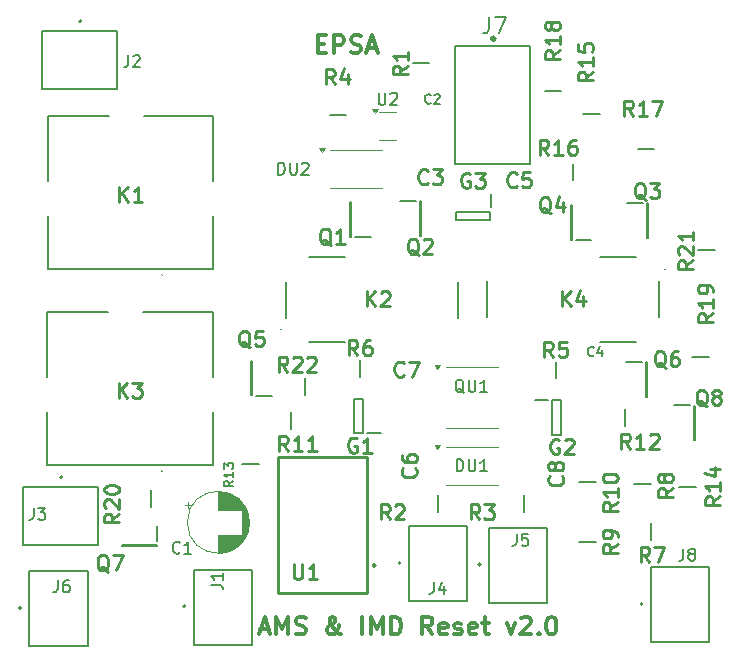
<source format=gbr>
%TF.GenerationSoftware,KiCad,Pcbnew,8.0.2*%
%TF.CreationDate,2024-07-09T10:46:33+02:00*%
%TF.ProjectId,AMS_IMD_Reset,414d535f-494d-4445-9f52-657365742e6b,rev?*%
%TF.SameCoordinates,Original*%
%TF.FileFunction,Legend,Top*%
%TF.FilePolarity,Positive*%
%FSLAX46Y46*%
G04 Gerber Fmt 4.6, Leading zero omitted, Abs format (unit mm)*
G04 Created by KiCad (PCBNEW 8.0.2) date 2024-07-09 10:46:33*
%MOMM*%
%LPD*%
G01*
G04 APERTURE LIST*
%ADD10C,0.300000*%
%ADD11C,0.254000*%
%ADD12C,0.150000*%
%ADD13C,0.200000*%
%ADD14C,0.120000*%
%ADD15C,0.127000*%
%ADD16C,0.100000*%
%ADD17C,0.053000*%
G04 APERTURE END LIST*
D10*
X165245490Y-119082457D02*
X165959776Y-119082457D01*
X165102633Y-119511028D02*
X165602633Y-118011028D01*
X165602633Y-118011028D02*
X166102633Y-119511028D01*
X166602632Y-119511028D02*
X166602632Y-118011028D01*
X166602632Y-118011028D02*
X167102632Y-119082457D01*
X167102632Y-119082457D02*
X167602632Y-118011028D01*
X167602632Y-118011028D02*
X167602632Y-119511028D01*
X168245490Y-119439600D02*
X168459776Y-119511028D01*
X168459776Y-119511028D02*
X168816918Y-119511028D01*
X168816918Y-119511028D02*
X168959776Y-119439600D01*
X168959776Y-119439600D02*
X169031204Y-119368171D01*
X169031204Y-119368171D02*
X169102633Y-119225314D01*
X169102633Y-119225314D02*
X169102633Y-119082457D01*
X169102633Y-119082457D02*
X169031204Y-118939600D01*
X169031204Y-118939600D02*
X168959776Y-118868171D01*
X168959776Y-118868171D02*
X168816918Y-118796742D01*
X168816918Y-118796742D02*
X168531204Y-118725314D01*
X168531204Y-118725314D02*
X168388347Y-118653885D01*
X168388347Y-118653885D02*
X168316918Y-118582457D01*
X168316918Y-118582457D02*
X168245490Y-118439600D01*
X168245490Y-118439600D02*
X168245490Y-118296742D01*
X168245490Y-118296742D02*
X168316918Y-118153885D01*
X168316918Y-118153885D02*
X168388347Y-118082457D01*
X168388347Y-118082457D02*
X168531204Y-118011028D01*
X168531204Y-118011028D02*
X168888347Y-118011028D01*
X168888347Y-118011028D02*
X169102633Y-118082457D01*
X172102632Y-119511028D02*
X172031204Y-119511028D01*
X172031204Y-119511028D02*
X171888346Y-119439600D01*
X171888346Y-119439600D02*
X171674061Y-119225314D01*
X171674061Y-119225314D02*
X171316918Y-118796742D01*
X171316918Y-118796742D02*
X171174061Y-118582457D01*
X171174061Y-118582457D02*
X171102632Y-118368171D01*
X171102632Y-118368171D02*
X171102632Y-118225314D01*
X171102632Y-118225314D02*
X171174061Y-118082457D01*
X171174061Y-118082457D02*
X171316918Y-118011028D01*
X171316918Y-118011028D02*
X171388346Y-118011028D01*
X171388346Y-118011028D02*
X171531204Y-118082457D01*
X171531204Y-118082457D02*
X171602632Y-118225314D01*
X171602632Y-118225314D02*
X171602632Y-118296742D01*
X171602632Y-118296742D02*
X171531204Y-118439600D01*
X171531204Y-118439600D02*
X171459775Y-118511028D01*
X171459775Y-118511028D02*
X171031204Y-118796742D01*
X171031204Y-118796742D02*
X170959775Y-118868171D01*
X170959775Y-118868171D02*
X170888346Y-119011028D01*
X170888346Y-119011028D02*
X170888346Y-119225314D01*
X170888346Y-119225314D02*
X170959775Y-119368171D01*
X170959775Y-119368171D02*
X171031204Y-119439600D01*
X171031204Y-119439600D02*
X171174061Y-119511028D01*
X171174061Y-119511028D02*
X171388346Y-119511028D01*
X171388346Y-119511028D02*
X171531204Y-119439600D01*
X171531204Y-119439600D02*
X171602632Y-119368171D01*
X171602632Y-119368171D02*
X171816918Y-119082457D01*
X171816918Y-119082457D02*
X171888346Y-118868171D01*
X171888346Y-118868171D02*
X171888346Y-118725314D01*
X173888346Y-119511028D02*
X173888346Y-118011028D01*
X174602632Y-119511028D02*
X174602632Y-118011028D01*
X174602632Y-118011028D02*
X175102632Y-119082457D01*
X175102632Y-119082457D02*
X175602632Y-118011028D01*
X175602632Y-118011028D02*
X175602632Y-119511028D01*
X176316918Y-119511028D02*
X176316918Y-118011028D01*
X176316918Y-118011028D02*
X176674061Y-118011028D01*
X176674061Y-118011028D02*
X176888347Y-118082457D01*
X176888347Y-118082457D02*
X177031204Y-118225314D01*
X177031204Y-118225314D02*
X177102633Y-118368171D01*
X177102633Y-118368171D02*
X177174061Y-118653885D01*
X177174061Y-118653885D02*
X177174061Y-118868171D01*
X177174061Y-118868171D02*
X177102633Y-119153885D01*
X177102633Y-119153885D02*
X177031204Y-119296742D01*
X177031204Y-119296742D02*
X176888347Y-119439600D01*
X176888347Y-119439600D02*
X176674061Y-119511028D01*
X176674061Y-119511028D02*
X176316918Y-119511028D01*
X179816918Y-119511028D02*
X179316918Y-118796742D01*
X178959775Y-119511028D02*
X178959775Y-118011028D01*
X178959775Y-118011028D02*
X179531204Y-118011028D01*
X179531204Y-118011028D02*
X179674061Y-118082457D01*
X179674061Y-118082457D02*
X179745490Y-118153885D01*
X179745490Y-118153885D02*
X179816918Y-118296742D01*
X179816918Y-118296742D02*
X179816918Y-118511028D01*
X179816918Y-118511028D02*
X179745490Y-118653885D01*
X179745490Y-118653885D02*
X179674061Y-118725314D01*
X179674061Y-118725314D02*
X179531204Y-118796742D01*
X179531204Y-118796742D02*
X178959775Y-118796742D01*
X181031204Y-119439600D02*
X180888347Y-119511028D01*
X180888347Y-119511028D02*
X180602633Y-119511028D01*
X180602633Y-119511028D02*
X180459775Y-119439600D01*
X180459775Y-119439600D02*
X180388347Y-119296742D01*
X180388347Y-119296742D02*
X180388347Y-118725314D01*
X180388347Y-118725314D02*
X180459775Y-118582457D01*
X180459775Y-118582457D02*
X180602633Y-118511028D01*
X180602633Y-118511028D02*
X180888347Y-118511028D01*
X180888347Y-118511028D02*
X181031204Y-118582457D01*
X181031204Y-118582457D02*
X181102633Y-118725314D01*
X181102633Y-118725314D02*
X181102633Y-118868171D01*
X181102633Y-118868171D02*
X180388347Y-119011028D01*
X181674061Y-119439600D02*
X181816918Y-119511028D01*
X181816918Y-119511028D02*
X182102632Y-119511028D01*
X182102632Y-119511028D02*
X182245489Y-119439600D01*
X182245489Y-119439600D02*
X182316918Y-119296742D01*
X182316918Y-119296742D02*
X182316918Y-119225314D01*
X182316918Y-119225314D02*
X182245489Y-119082457D01*
X182245489Y-119082457D02*
X182102632Y-119011028D01*
X182102632Y-119011028D02*
X181888347Y-119011028D01*
X181888347Y-119011028D02*
X181745489Y-118939600D01*
X181745489Y-118939600D02*
X181674061Y-118796742D01*
X181674061Y-118796742D02*
X181674061Y-118725314D01*
X181674061Y-118725314D02*
X181745489Y-118582457D01*
X181745489Y-118582457D02*
X181888347Y-118511028D01*
X181888347Y-118511028D02*
X182102632Y-118511028D01*
X182102632Y-118511028D02*
X182245489Y-118582457D01*
X183531204Y-119439600D02*
X183388347Y-119511028D01*
X183388347Y-119511028D02*
X183102633Y-119511028D01*
X183102633Y-119511028D02*
X182959775Y-119439600D01*
X182959775Y-119439600D02*
X182888347Y-119296742D01*
X182888347Y-119296742D02*
X182888347Y-118725314D01*
X182888347Y-118725314D02*
X182959775Y-118582457D01*
X182959775Y-118582457D02*
X183102633Y-118511028D01*
X183102633Y-118511028D02*
X183388347Y-118511028D01*
X183388347Y-118511028D02*
X183531204Y-118582457D01*
X183531204Y-118582457D02*
X183602633Y-118725314D01*
X183602633Y-118725314D02*
X183602633Y-118868171D01*
X183602633Y-118868171D02*
X182888347Y-119011028D01*
X184031204Y-118511028D02*
X184602632Y-118511028D01*
X184245489Y-118011028D02*
X184245489Y-119296742D01*
X184245489Y-119296742D02*
X184316918Y-119439600D01*
X184316918Y-119439600D02*
X184459775Y-119511028D01*
X184459775Y-119511028D02*
X184602632Y-119511028D01*
X186102632Y-118511028D02*
X186459775Y-119511028D01*
X186459775Y-119511028D02*
X186816918Y-118511028D01*
X187316918Y-118153885D02*
X187388346Y-118082457D01*
X187388346Y-118082457D02*
X187531204Y-118011028D01*
X187531204Y-118011028D02*
X187888346Y-118011028D01*
X187888346Y-118011028D02*
X188031204Y-118082457D01*
X188031204Y-118082457D02*
X188102632Y-118153885D01*
X188102632Y-118153885D02*
X188174061Y-118296742D01*
X188174061Y-118296742D02*
X188174061Y-118439600D01*
X188174061Y-118439600D02*
X188102632Y-118653885D01*
X188102632Y-118653885D02*
X187245489Y-119511028D01*
X187245489Y-119511028D02*
X188174061Y-119511028D01*
X188816917Y-119368171D02*
X188888346Y-119439600D01*
X188888346Y-119439600D02*
X188816917Y-119511028D01*
X188816917Y-119511028D02*
X188745489Y-119439600D01*
X188745489Y-119439600D02*
X188816917Y-119368171D01*
X188816917Y-119368171D02*
X188816917Y-119511028D01*
X189816918Y-118011028D02*
X189959775Y-118011028D01*
X189959775Y-118011028D02*
X190102632Y-118082457D01*
X190102632Y-118082457D02*
X190174061Y-118153885D01*
X190174061Y-118153885D02*
X190245489Y-118296742D01*
X190245489Y-118296742D02*
X190316918Y-118582457D01*
X190316918Y-118582457D02*
X190316918Y-118939600D01*
X190316918Y-118939600D02*
X190245489Y-119225314D01*
X190245489Y-119225314D02*
X190174061Y-119368171D01*
X190174061Y-119368171D02*
X190102632Y-119439600D01*
X190102632Y-119439600D02*
X189959775Y-119511028D01*
X189959775Y-119511028D02*
X189816918Y-119511028D01*
X189816918Y-119511028D02*
X189674061Y-119439600D01*
X189674061Y-119439600D02*
X189602632Y-119368171D01*
X189602632Y-119368171D02*
X189531203Y-119225314D01*
X189531203Y-119225314D02*
X189459775Y-118939600D01*
X189459775Y-118939600D02*
X189459775Y-118582457D01*
X189459775Y-118582457D02*
X189531203Y-118296742D01*
X189531203Y-118296742D02*
X189602632Y-118153885D01*
X189602632Y-118153885D02*
X189674061Y-118082457D01*
X189674061Y-118082457D02*
X189816918Y-118011028D01*
X170124910Y-69500114D02*
X170624910Y-69500114D01*
X170839196Y-70285828D02*
X170124910Y-70285828D01*
X170124910Y-70285828D02*
X170124910Y-68785828D01*
X170124910Y-68785828D02*
X170839196Y-68785828D01*
X171482053Y-70285828D02*
X171482053Y-68785828D01*
X171482053Y-68785828D02*
X172053482Y-68785828D01*
X172053482Y-68785828D02*
X172196339Y-68857257D01*
X172196339Y-68857257D02*
X172267768Y-68928685D01*
X172267768Y-68928685D02*
X172339196Y-69071542D01*
X172339196Y-69071542D02*
X172339196Y-69285828D01*
X172339196Y-69285828D02*
X172267768Y-69428685D01*
X172267768Y-69428685D02*
X172196339Y-69500114D01*
X172196339Y-69500114D02*
X172053482Y-69571542D01*
X172053482Y-69571542D02*
X171482053Y-69571542D01*
X172910625Y-70214400D02*
X173124911Y-70285828D01*
X173124911Y-70285828D02*
X173482053Y-70285828D01*
X173482053Y-70285828D02*
X173624911Y-70214400D01*
X173624911Y-70214400D02*
X173696339Y-70142971D01*
X173696339Y-70142971D02*
X173767768Y-70000114D01*
X173767768Y-70000114D02*
X173767768Y-69857257D01*
X173767768Y-69857257D02*
X173696339Y-69714400D01*
X173696339Y-69714400D02*
X173624911Y-69642971D01*
X173624911Y-69642971D02*
X173482053Y-69571542D01*
X173482053Y-69571542D02*
X173196339Y-69500114D01*
X173196339Y-69500114D02*
X173053482Y-69428685D01*
X173053482Y-69428685D02*
X172982053Y-69357257D01*
X172982053Y-69357257D02*
X172910625Y-69214400D01*
X172910625Y-69214400D02*
X172910625Y-69071542D01*
X172910625Y-69071542D02*
X172982053Y-68928685D01*
X172982053Y-68928685D02*
X173053482Y-68857257D01*
X173053482Y-68857257D02*
X173196339Y-68785828D01*
X173196339Y-68785828D02*
X173553482Y-68785828D01*
X173553482Y-68785828D02*
X173767768Y-68857257D01*
X174339196Y-69857257D02*
X175053482Y-69857257D01*
X174196339Y-70285828D02*
X174696339Y-68785828D01*
X174696339Y-68785828D02*
X175196339Y-70285828D01*
D11*
X190617118Y-70031428D02*
X190012356Y-70454762D01*
X190617118Y-70757143D02*
X189347118Y-70757143D01*
X189347118Y-70757143D02*
X189347118Y-70273333D01*
X189347118Y-70273333D02*
X189407594Y-70152381D01*
X189407594Y-70152381D02*
X189468070Y-70091904D01*
X189468070Y-70091904D02*
X189589022Y-70031428D01*
X189589022Y-70031428D02*
X189770451Y-70031428D01*
X189770451Y-70031428D02*
X189891403Y-70091904D01*
X189891403Y-70091904D02*
X189951880Y-70152381D01*
X189951880Y-70152381D02*
X190012356Y-70273333D01*
X190012356Y-70273333D02*
X190012356Y-70757143D01*
X190617118Y-68821904D02*
X190617118Y-69547619D01*
X190617118Y-69184762D02*
X189347118Y-69184762D01*
X189347118Y-69184762D02*
X189528546Y-69305714D01*
X189528546Y-69305714D02*
X189649499Y-69426666D01*
X189649499Y-69426666D02*
X189709975Y-69547619D01*
X189891403Y-68096190D02*
X189830927Y-68217142D01*
X189830927Y-68217142D02*
X189770451Y-68277619D01*
X189770451Y-68277619D02*
X189649499Y-68338095D01*
X189649499Y-68338095D02*
X189589022Y-68338095D01*
X189589022Y-68338095D02*
X189468070Y-68277619D01*
X189468070Y-68277619D02*
X189407594Y-68217142D01*
X189407594Y-68217142D02*
X189347118Y-68096190D01*
X189347118Y-68096190D02*
X189347118Y-67854285D01*
X189347118Y-67854285D02*
X189407594Y-67733333D01*
X189407594Y-67733333D02*
X189468070Y-67672857D01*
X189468070Y-67672857D02*
X189589022Y-67612380D01*
X189589022Y-67612380D02*
X189649499Y-67612380D01*
X189649499Y-67612380D02*
X189770451Y-67672857D01*
X189770451Y-67672857D02*
X189830927Y-67733333D01*
X189830927Y-67733333D02*
X189891403Y-67854285D01*
X189891403Y-67854285D02*
X189891403Y-68096190D01*
X189891403Y-68096190D02*
X189951880Y-68217142D01*
X189951880Y-68217142D02*
X190012356Y-68277619D01*
X190012356Y-68277619D02*
X190133308Y-68338095D01*
X190133308Y-68338095D02*
X190375213Y-68338095D01*
X190375213Y-68338095D02*
X190496165Y-68277619D01*
X190496165Y-68277619D02*
X190556642Y-68217142D01*
X190556642Y-68217142D02*
X190617118Y-68096190D01*
X190617118Y-68096190D02*
X190617118Y-67854285D01*
X190617118Y-67854285D02*
X190556642Y-67733333D01*
X190556642Y-67733333D02*
X190496165Y-67672857D01*
X190496165Y-67672857D02*
X190375213Y-67612380D01*
X190375213Y-67612380D02*
X190133308Y-67612380D01*
X190133308Y-67612380D02*
X190012356Y-67672857D01*
X190012356Y-67672857D02*
X189951880Y-67733333D01*
X189951880Y-67733333D02*
X189891403Y-67854285D01*
X204174318Y-107816428D02*
X203569556Y-108239762D01*
X204174318Y-108542143D02*
X202904318Y-108542143D01*
X202904318Y-108542143D02*
X202904318Y-108058333D01*
X202904318Y-108058333D02*
X202964794Y-107937381D01*
X202964794Y-107937381D02*
X203025270Y-107876904D01*
X203025270Y-107876904D02*
X203146222Y-107816428D01*
X203146222Y-107816428D02*
X203327651Y-107816428D01*
X203327651Y-107816428D02*
X203448603Y-107876904D01*
X203448603Y-107876904D02*
X203509080Y-107937381D01*
X203509080Y-107937381D02*
X203569556Y-108058333D01*
X203569556Y-108058333D02*
X203569556Y-108542143D01*
X204174318Y-106606904D02*
X204174318Y-107332619D01*
X204174318Y-106969762D02*
X202904318Y-106969762D01*
X202904318Y-106969762D02*
X203085746Y-107090714D01*
X203085746Y-107090714D02*
X203206699Y-107211666D01*
X203206699Y-107211666D02*
X203267175Y-107332619D01*
X203327651Y-105518333D02*
X204174318Y-105518333D01*
X202843842Y-105820714D02*
X203750984Y-106123095D01*
X203750984Y-106123095D02*
X203750984Y-105336904D01*
X195493918Y-111858165D02*
X194889156Y-112281499D01*
X195493918Y-112583880D02*
X194223918Y-112583880D01*
X194223918Y-112583880D02*
X194223918Y-112100070D01*
X194223918Y-112100070D02*
X194284394Y-111979118D01*
X194284394Y-111979118D02*
X194344870Y-111918641D01*
X194344870Y-111918641D02*
X194465822Y-111858165D01*
X194465822Y-111858165D02*
X194647251Y-111858165D01*
X194647251Y-111858165D02*
X194768203Y-111918641D01*
X194768203Y-111918641D02*
X194828680Y-111979118D01*
X194828680Y-111979118D02*
X194889156Y-112100070D01*
X194889156Y-112100070D02*
X194889156Y-112583880D01*
X195493918Y-111253403D02*
X195493918Y-111011499D01*
X195493918Y-111011499D02*
X195433442Y-110890546D01*
X195433442Y-110890546D02*
X195372965Y-110830070D01*
X195372965Y-110830070D02*
X195191537Y-110709118D01*
X195191537Y-110709118D02*
X194949632Y-110648641D01*
X194949632Y-110648641D02*
X194465822Y-110648641D01*
X194465822Y-110648641D02*
X194344870Y-110709118D01*
X194344870Y-110709118D02*
X194284394Y-110769594D01*
X194284394Y-110769594D02*
X194223918Y-110890546D01*
X194223918Y-110890546D02*
X194223918Y-111132451D01*
X194223918Y-111132451D02*
X194284394Y-111253403D01*
X194284394Y-111253403D02*
X194344870Y-111313880D01*
X194344870Y-111313880D02*
X194465822Y-111374356D01*
X194465822Y-111374356D02*
X194768203Y-111374356D01*
X194768203Y-111374356D02*
X194889156Y-111313880D01*
X194889156Y-111313880D02*
X194949632Y-111253403D01*
X194949632Y-111253403D02*
X195010108Y-111132451D01*
X195010108Y-111132451D02*
X195010108Y-110890546D01*
X195010108Y-110890546D02*
X194949632Y-110769594D01*
X194949632Y-110769594D02*
X194889156Y-110709118D01*
X194889156Y-110709118D02*
X194768203Y-110648641D01*
D12*
X175260095Y-73658819D02*
X175260095Y-74468342D01*
X175260095Y-74468342D02*
X175307714Y-74563580D01*
X175307714Y-74563580D02*
X175355333Y-74611200D01*
X175355333Y-74611200D02*
X175450571Y-74658819D01*
X175450571Y-74658819D02*
X175641047Y-74658819D01*
X175641047Y-74658819D02*
X175736285Y-74611200D01*
X175736285Y-74611200D02*
X175783904Y-74563580D01*
X175783904Y-74563580D02*
X175831523Y-74468342D01*
X175831523Y-74468342D02*
X175831523Y-73658819D01*
X176260095Y-73754057D02*
X176307714Y-73706438D01*
X176307714Y-73706438D02*
X176402952Y-73658819D01*
X176402952Y-73658819D02*
X176641047Y-73658819D01*
X176641047Y-73658819D02*
X176736285Y-73706438D01*
X176736285Y-73706438D02*
X176783904Y-73754057D01*
X176783904Y-73754057D02*
X176831523Y-73849295D01*
X176831523Y-73849295D02*
X176831523Y-73944533D01*
X176831523Y-73944533D02*
X176783904Y-74087390D01*
X176783904Y-74087390D02*
X176212476Y-74658819D01*
X176212476Y-74658819D02*
X176831523Y-74658819D01*
D11*
X152379047Y-114195270D02*
X152258095Y-114134794D01*
X152258095Y-114134794D02*
X152137142Y-114013842D01*
X152137142Y-114013842D02*
X151955714Y-113832413D01*
X151955714Y-113832413D02*
X151834761Y-113771937D01*
X151834761Y-113771937D02*
X151713809Y-113771937D01*
X151774285Y-114074318D02*
X151653333Y-114013842D01*
X151653333Y-114013842D02*
X151532380Y-113892889D01*
X151532380Y-113892889D02*
X151471904Y-113650984D01*
X151471904Y-113650984D02*
X151471904Y-113227651D01*
X151471904Y-113227651D02*
X151532380Y-112985746D01*
X151532380Y-112985746D02*
X151653333Y-112864794D01*
X151653333Y-112864794D02*
X151774285Y-112804318D01*
X151774285Y-112804318D02*
X152016190Y-112804318D01*
X152016190Y-112804318D02*
X152137142Y-112864794D01*
X152137142Y-112864794D02*
X152258095Y-112985746D01*
X152258095Y-112985746D02*
X152318571Y-113227651D01*
X152318571Y-113227651D02*
X152318571Y-113650984D01*
X152318571Y-113650984D02*
X152258095Y-113892889D01*
X152258095Y-113892889D02*
X152137142Y-114013842D01*
X152137142Y-114013842D02*
X152016190Y-114074318D01*
X152016190Y-114074318D02*
X151774285Y-114074318D01*
X152741904Y-112804318D02*
X153588571Y-112804318D01*
X153588571Y-112804318D02*
X153044285Y-114074318D01*
D12*
X201066666Y-112254819D02*
X201066666Y-112969104D01*
X201066666Y-112969104D02*
X201019047Y-113111961D01*
X201019047Y-113111961D02*
X200923809Y-113207200D01*
X200923809Y-113207200D02*
X200780952Y-113254819D01*
X200780952Y-113254819D02*
X200685714Y-113254819D01*
X201685714Y-112683390D02*
X201590476Y-112635771D01*
X201590476Y-112635771D02*
X201542857Y-112588152D01*
X201542857Y-112588152D02*
X201495238Y-112492914D01*
X201495238Y-112492914D02*
X201495238Y-112445295D01*
X201495238Y-112445295D02*
X201542857Y-112350057D01*
X201542857Y-112350057D02*
X201590476Y-112302438D01*
X201590476Y-112302438D02*
X201685714Y-112254819D01*
X201685714Y-112254819D02*
X201876190Y-112254819D01*
X201876190Y-112254819D02*
X201971428Y-112302438D01*
X201971428Y-112302438D02*
X202019047Y-112350057D01*
X202019047Y-112350057D02*
X202066666Y-112445295D01*
X202066666Y-112445295D02*
X202066666Y-112492914D01*
X202066666Y-112492914D02*
X202019047Y-112588152D01*
X202019047Y-112588152D02*
X201971428Y-112635771D01*
X201971428Y-112635771D02*
X201876190Y-112683390D01*
X201876190Y-112683390D02*
X201685714Y-112683390D01*
X201685714Y-112683390D02*
X201590476Y-112731009D01*
X201590476Y-112731009D02*
X201542857Y-112778628D01*
X201542857Y-112778628D02*
X201495238Y-112873866D01*
X201495238Y-112873866D02*
X201495238Y-113064342D01*
X201495238Y-113064342D02*
X201542857Y-113159580D01*
X201542857Y-113159580D02*
X201590476Y-113207200D01*
X201590476Y-113207200D02*
X201685714Y-113254819D01*
X201685714Y-113254819D02*
X201876190Y-113254819D01*
X201876190Y-113254819D02*
X201971428Y-113207200D01*
X201971428Y-113207200D02*
X202019047Y-113159580D01*
X202019047Y-113159580D02*
X202066666Y-113064342D01*
X202066666Y-113064342D02*
X202066666Y-112873866D01*
X202066666Y-112873866D02*
X202019047Y-112778628D01*
X202019047Y-112778628D02*
X201971428Y-112731009D01*
X201971428Y-112731009D02*
X201876190Y-112683390D01*
X182489552Y-99050057D02*
X182394314Y-99002438D01*
X182394314Y-99002438D02*
X182299076Y-98907200D01*
X182299076Y-98907200D02*
X182156219Y-98764342D01*
X182156219Y-98764342D02*
X182060981Y-98716723D01*
X182060981Y-98716723D02*
X181965743Y-98716723D01*
X182013362Y-98954819D02*
X181918124Y-98907200D01*
X181918124Y-98907200D02*
X181822886Y-98811961D01*
X181822886Y-98811961D02*
X181775267Y-98621485D01*
X181775267Y-98621485D02*
X181775267Y-98288152D01*
X181775267Y-98288152D02*
X181822886Y-98097676D01*
X181822886Y-98097676D02*
X181918124Y-98002438D01*
X181918124Y-98002438D02*
X182013362Y-97954819D01*
X182013362Y-97954819D02*
X182203838Y-97954819D01*
X182203838Y-97954819D02*
X182299076Y-98002438D01*
X182299076Y-98002438D02*
X182394314Y-98097676D01*
X182394314Y-98097676D02*
X182441933Y-98288152D01*
X182441933Y-98288152D02*
X182441933Y-98621485D01*
X182441933Y-98621485D02*
X182394314Y-98811961D01*
X182394314Y-98811961D02*
X182299076Y-98907200D01*
X182299076Y-98907200D02*
X182203838Y-98954819D01*
X182203838Y-98954819D02*
X182013362Y-98954819D01*
X182870505Y-97954819D02*
X182870505Y-98764342D01*
X182870505Y-98764342D02*
X182918124Y-98859580D01*
X182918124Y-98859580D02*
X182965743Y-98907200D01*
X182965743Y-98907200D02*
X183060981Y-98954819D01*
X183060981Y-98954819D02*
X183251457Y-98954819D01*
X183251457Y-98954819D02*
X183346695Y-98907200D01*
X183346695Y-98907200D02*
X183394314Y-98859580D01*
X183394314Y-98859580D02*
X183441933Y-98764342D01*
X183441933Y-98764342D02*
X183441933Y-97954819D01*
X184441933Y-98954819D02*
X183870505Y-98954819D01*
X184156219Y-98954819D02*
X184156219Y-97954819D01*
X184156219Y-97954819D02*
X184060981Y-98097676D01*
X184060981Y-98097676D02*
X183965743Y-98192914D01*
X183965743Y-98192914D02*
X183870505Y-98240533D01*
X179930466Y-115075619D02*
X179930466Y-115789904D01*
X179930466Y-115789904D02*
X179882847Y-115932761D01*
X179882847Y-115932761D02*
X179787609Y-116028000D01*
X179787609Y-116028000D02*
X179644752Y-116075619D01*
X179644752Y-116075619D02*
X179549514Y-116075619D01*
X180835228Y-115408952D02*
X180835228Y-116075619D01*
X180597133Y-115028000D02*
X180359038Y-115742285D01*
X180359038Y-115742285D02*
X180978085Y-115742285D01*
D11*
X174262618Y-91709518D02*
X174262618Y-90439518D01*
X174988333Y-91709518D02*
X174444047Y-90983803D01*
X174988333Y-90439518D02*
X174262618Y-91165232D01*
X175472142Y-90560470D02*
X175532618Y-90499994D01*
X175532618Y-90499994D02*
X175653571Y-90439518D01*
X175653571Y-90439518D02*
X175955952Y-90439518D01*
X175955952Y-90439518D02*
X176076904Y-90499994D01*
X176076904Y-90499994D02*
X176137380Y-90560470D01*
X176137380Y-90560470D02*
X176197857Y-90681422D01*
X176197857Y-90681422D02*
X176197857Y-90802375D01*
X176197857Y-90802375D02*
X176137380Y-90983803D01*
X176137380Y-90983803D02*
X175411666Y-91709518D01*
X175411666Y-91709518D02*
X176197857Y-91709518D01*
X198188333Y-113374318D02*
X197764999Y-112769556D01*
X197462618Y-113374318D02*
X197462618Y-112104318D01*
X197462618Y-112104318D02*
X197946428Y-112104318D01*
X197946428Y-112104318D02*
X198067380Y-112164794D01*
X198067380Y-112164794D02*
X198127857Y-112225270D01*
X198127857Y-112225270D02*
X198188333Y-112346222D01*
X198188333Y-112346222D02*
X198188333Y-112527651D01*
X198188333Y-112527651D02*
X198127857Y-112648603D01*
X198127857Y-112648603D02*
X198067380Y-112709080D01*
X198067380Y-112709080D02*
X197946428Y-112769556D01*
X197946428Y-112769556D02*
X197462618Y-112769556D01*
X198611666Y-112104318D02*
X199458333Y-112104318D01*
X199458333Y-112104318D02*
X198914047Y-113374318D01*
D12*
X186946466Y-110994419D02*
X186946466Y-111708704D01*
X186946466Y-111708704D02*
X186898847Y-111851561D01*
X186898847Y-111851561D02*
X186803609Y-111946800D01*
X186803609Y-111946800D02*
X186660752Y-111994419D01*
X186660752Y-111994419D02*
X186565514Y-111994419D01*
X187898847Y-110994419D02*
X187422657Y-110994419D01*
X187422657Y-110994419D02*
X187375038Y-111470609D01*
X187375038Y-111470609D02*
X187422657Y-111422990D01*
X187422657Y-111422990D02*
X187517895Y-111375371D01*
X187517895Y-111375371D02*
X187755990Y-111375371D01*
X187755990Y-111375371D02*
X187851228Y-111422990D01*
X187851228Y-111422990D02*
X187898847Y-111470609D01*
X187898847Y-111470609D02*
X187946466Y-111565847D01*
X187946466Y-111565847D02*
X187946466Y-111803942D01*
X187946466Y-111803942D02*
X187898847Y-111899180D01*
X187898847Y-111899180D02*
X187851228Y-111946800D01*
X187851228Y-111946800D02*
X187755990Y-111994419D01*
X187755990Y-111994419D02*
X187517895Y-111994419D01*
X187517895Y-111994419D02*
X187422657Y-111946800D01*
X187422657Y-111946800D02*
X187375038Y-111899180D01*
D13*
X162959695Y-106514285D02*
X162578742Y-106780952D01*
X162959695Y-106971428D02*
X162159695Y-106971428D01*
X162159695Y-106971428D02*
X162159695Y-106666666D01*
X162159695Y-106666666D02*
X162197790Y-106590476D01*
X162197790Y-106590476D02*
X162235885Y-106552381D01*
X162235885Y-106552381D02*
X162312076Y-106514285D01*
X162312076Y-106514285D02*
X162426361Y-106514285D01*
X162426361Y-106514285D02*
X162502552Y-106552381D01*
X162502552Y-106552381D02*
X162540647Y-106590476D01*
X162540647Y-106590476D02*
X162578742Y-106666666D01*
X162578742Y-106666666D02*
X162578742Y-106971428D01*
X162959695Y-105752381D02*
X162959695Y-106209524D01*
X162959695Y-105980952D02*
X162159695Y-105980952D01*
X162159695Y-105980952D02*
X162273980Y-106057143D01*
X162273980Y-106057143D02*
X162350171Y-106133333D01*
X162350171Y-106133333D02*
X162388266Y-106209524D01*
X162159695Y-105485714D02*
X162159695Y-104990476D01*
X162159695Y-104990476D02*
X162464457Y-105257142D01*
X162464457Y-105257142D02*
X162464457Y-105142857D01*
X162464457Y-105142857D02*
X162502552Y-105066666D01*
X162502552Y-105066666D02*
X162540647Y-105028571D01*
X162540647Y-105028571D02*
X162616838Y-104990476D01*
X162616838Y-104990476D02*
X162807314Y-104990476D01*
X162807314Y-104990476D02*
X162883504Y-105028571D01*
X162883504Y-105028571D02*
X162921600Y-105066666D01*
X162921600Y-105066666D02*
X162959695Y-105142857D01*
X162959695Y-105142857D02*
X162959695Y-105371428D01*
X162959695Y-105371428D02*
X162921600Y-105447619D01*
X162921600Y-105447619D02*
X162883504Y-105485714D01*
D11*
X197879047Y-82686470D02*
X197758095Y-82625994D01*
X197758095Y-82625994D02*
X197637142Y-82505042D01*
X197637142Y-82505042D02*
X197455714Y-82323613D01*
X197455714Y-82323613D02*
X197334761Y-82263137D01*
X197334761Y-82263137D02*
X197213809Y-82263137D01*
X197274285Y-82565518D02*
X197153333Y-82505042D01*
X197153333Y-82505042D02*
X197032380Y-82384089D01*
X197032380Y-82384089D02*
X196971904Y-82142184D01*
X196971904Y-82142184D02*
X196971904Y-81718851D01*
X196971904Y-81718851D02*
X197032380Y-81476946D01*
X197032380Y-81476946D02*
X197153333Y-81355994D01*
X197153333Y-81355994D02*
X197274285Y-81295518D01*
X197274285Y-81295518D02*
X197516190Y-81295518D01*
X197516190Y-81295518D02*
X197637142Y-81355994D01*
X197637142Y-81355994D02*
X197758095Y-81476946D01*
X197758095Y-81476946D02*
X197818571Y-81718851D01*
X197818571Y-81718851D02*
X197818571Y-82142184D01*
X197818571Y-82142184D02*
X197758095Y-82384089D01*
X197758095Y-82384089D02*
X197637142Y-82505042D01*
X197637142Y-82505042D02*
X197516190Y-82565518D01*
X197516190Y-82565518D02*
X197274285Y-82565518D01*
X198241904Y-81295518D02*
X199028095Y-81295518D01*
X199028095Y-81295518D02*
X198604761Y-81779327D01*
X198604761Y-81779327D02*
X198786190Y-81779327D01*
X198786190Y-81779327D02*
X198907142Y-81839803D01*
X198907142Y-81839803D02*
X198967618Y-81900280D01*
X198967618Y-81900280D02*
X199028095Y-82021232D01*
X199028095Y-82021232D02*
X199028095Y-82323613D01*
X199028095Y-82323613D02*
X198967618Y-82444565D01*
X198967618Y-82444565D02*
X198907142Y-82505042D01*
X198907142Y-82505042D02*
X198786190Y-82565518D01*
X198786190Y-82565518D02*
X198423333Y-82565518D01*
X198423333Y-82565518D02*
X198302380Y-82505042D01*
X198302380Y-82505042D02*
X198241904Y-82444565D01*
X153263118Y-99452718D02*
X153263118Y-98182718D01*
X153988833Y-99452718D02*
X153444547Y-98727003D01*
X153988833Y-98182718D02*
X153263118Y-98908432D01*
X154412166Y-98182718D02*
X155198357Y-98182718D01*
X155198357Y-98182718D02*
X154775023Y-98666527D01*
X154775023Y-98666527D02*
X154956452Y-98666527D01*
X154956452Y-98666527D02*
X155077404Y-98727003D01*
X155077404Y-98727003D02*
X155137880Y-98787480D01*
X155137880Y-98787480D02*
X155198357Y-98908432D01*
X155198357Y-98908432D02*
X155198357Y-99210813D01*
X155198357Y-99210813D02*
X155137880Y-99331765D01*
X155137880Y-99331765D02*
X155077404Y-99392242D01*
X155077404Y-99392242D02*
X154956452Y-99452718D01*
X154956452Y-99452718D02*
X154593595Y-99452718D01*
X154593595Y-99452718D02*
X154472642Y-99392242D01*
X154472642Y-99392242D02*
X154412166Y-99331765D01*
X178644247Y-87385470D02*
X178523295Y-87324994D01*
X178523295Y-87324994D02*
X178402342Y-87204042D01*
X178402342Y-87204042D02*
X178220914Y-87022613D01*
X178220914Y-87022613D02*
X178099961Y-86962137D01*
X178099961Y-86962137D02*
X177979009Y-86962137D01*
X178039485Y-87264518D02*
X177918533Y-87204042D01*
X177918533Y-87204042D02*
X177797580Y-87083089D01*
X177797580Y-87083089D02*
X177737104Y-86841184D01*
X177737104Y-86841184D02*
X177737104Y-86417851D01*
X177737104Y-86417851D02*
X177797580Y-86175946D01*
X177797580Y-86175946D02*
X177918533Y-86054994D01*
X177918533Y-86054994D02*
X178039485Y-85994518D01*
X178039485Y-85994518D02*
X178281390Y-85994518D01*
X178281390Y-85994518D02*
X178402342Y-86054994D01*
X178402342Y-86054994D02*
X178523295Y-86175946D01*
X178523295Y-86175946D02*
X178583771Y-86417851D01*
X178583771Y-86417851D02*
X178583771Y-86841184D01*
X178583771Y-86841184D02*
X178523295Y-87083089D01*
X178523295Y-87083089D02*
X178402342Y-87204042D01*
X178402342Y-87204042D02*
X178281390Y-87264518D01*
X178281390Y-87264518D02*
X178039485Y-87264518D01*
X179067580Y-86115470D02*
X179128056Y-86054994D01*
X179128056Y-86054994D02*
X179249009Y-85994518D01*
X179249009Y-85994518D02*
X179551390Y-85994518D01*
X179551390Y-85994518D02*
X179672342Y-86054994D01*
X179672342Y-86054994D02*
X179732818Y-86115470D01*
X179732818Y-86115470D02*
X179793295Y-86236422D01*
X179793295Y-86236422D02*
X179793295Y-86357375D01*
X179793295Y-86357375D02*
X179732818Y-86538803D01*
X179732818Y-86538803D02*
X179007104Y-87264518D01*
X179007104Y-87264518D02*
X179793295Y-87264518D01*
X176188333Y-109774318D02*
X175764999Y-109169556D01*
X175462618Y-109774318D02*
X175462618Y-108504318D01*
X175462618Y-108504318D02*
X175946428Y-108504318D01*
X175946428Y-108504318D02*
X176067380Y-108564794D01*
X176067380Y-108564794D02*
X176127857Y-108625270D01*
X176127857Y-108625270D02*
X176188333Y-108746222D01*
X176188333Y-108746222D02*
X176188333Y-108927651D01*
X176188333Y-108927651D02*
X176127857Y-109048603D01*
X176127857Y-109048603D02*
X176067380Y-109109080D01*
X176067380Y-109109080D02*
X175946428Y-109169556D01*
X175946428Y-109169556D02*
X175462618Y-109169556D01*
X176672142Y-108625270D02*
X176732618Y-108564794D01*
X176732618Y-108564794D02*
X176853571Y-108504318D01*
X176853571Y-108504318D02*
X177155952Y-108504318D01*
X177155952Y-108504318D02*
X177276904Y-108564794D01*
X177276904Y-108564794D02*
X177337380Y-108625270D01*
X177337380Y-108625270D02*
X177397857Y-108746222D01*
X177397857Y-108746222D02*
X177397857Y-108867175D01*
X177397857Y-108867175D02*
X177337380Y-109048603D01*
X177337380Y-109048603D02*
X176611666Y-109774318D01*
X176611666Y-109774318D02*
X177397857Y-109774318D01*
D12*
X193466667Y-95886104D02*
X193428571Y-95924200D01*
X193428571Y-95924200D02*
X193314286Y-95962295D01*
X193314286Y-95962295D02*
X193238095Y-95962295D01*
X193238095Y-95962295D02*
X193123809Y-95924200D01*
X193123809Y-95924200D02*
X193047619Y-95848009D01*
X193047619Y-95848009D02*
X193009524Y-95771819D01*
X193009524Y-95771819D02*
X192971428Y-95619438D01*
X192971428Y-95619438D02*
X192971428Y-95505152D01*
X192971428Y-95505152D02*
X193009524Y-95352771D01*
X193009524Y-95352771D02*
X193047619Y-95276580D01*
X193047619Y-95276580D02*
X193123809Y-95200390D01*
X193123809Y-95200390D02*
X193238095Y-95162295D01*
X193238095Y-95162295D02*
X193314286Y-95162295D01*
X193314286Y-95162295D02*
X193428571Y-95200390D01*
X193428571Y-95200390D02*
X193466667Y-95238485D01*
X194152381Y-95428961D02*
X194152381Y-95962295D01*
X193961905Y-95124200D02*
X193771428Y-95695628D01*
X193771428Y-95695628D02*
X194266667Y-95695628D01*
D11*
X173461632Y-95874947D02*
X173038298Y-95270185D01*
X172735917Y-95874947D02*
X172735917Y-94604947D01*
X172735917Y-94604947D02*
X173219727Y-94604947D01*
X173219727Y-94604947D02*
X173340679Y-94665423D01*
X173340679Y-94665423D02*
X173401156Y-94725899D01*
X173401156Y-94725899D02*
X173461632Y-94846851D01*
X173461632Y-94846851D02*
X173461632Y-95028280D01*
X173461632Y-95028280D02*
X173401156Y-95149232D01*
X173401156Y-95149232D02*
X173340679Y-95209709D01*
X173340679Y-95209709D02*
X173219727Y-95270185D01*
X173219727Y-95270185D02*
X172735917Y-95270185D01*
X174550203Y-94604947D02*
X174308298Y-94604947D01*
X174308298Y-94604947D02*
X174187346Y-94665423D01*
X174187346Y-94665423D02*
X174126870Y-94725899D01*
X174126870Y-94725899D02*
X174005917Y-94907328D01*
X174005917Y-94907328D02*
X173945441Y-95149232D01*
X173945441Y-95149232D02*
X173945441Y-95633042D01*
X173945441Y-95633042D02*
X174005917Y-95753994D01*
X174005917Y-95753994D02*
X174066394Y-95814471D01*
X174066394Y-95814471D02*
X174187346Y-95874947D01*
X174187346Y-95874947D02*
X174429251Y-95874947D01*
X174429251Y-95874947D02*
X174550203Y-95814471D01*
X174550203Y-95814471D02*
X174610679Y-95753994D01*
X174610679Y-95753994D02*
X174671156Y-95633042D01*
X174671156Y-95633042D02*
X174671156Y-95330661D01*
X174671156Y-95330661D02*
X174610679Y-95209709D01*
X174610679Y-95209709D02*
X174550203Y-95149232D01*
X174550203Y-95149232D02*
X174429251Y-95088756D01*
X174429251Y-95088756D02*
X174187346Y-95088756D01*
X174187346Y-95088756D02*
X174066394Y-95149232D01*
X174066394Y-95149232D02*
X174005917Y-95209709D01*
X174005917Y-95209709D02*
X173945441Y-95330661D01*
X171543133Y-72913518D02*
X171119799Y-72308756D01*
X170817418Y-72913518D02*
X170817418Y-71643518D01*
X170817418Y-71643518D02*
X171301228Y-71643518D01*
X171301228Y-71643518D02*
X171422180Y-71703994D01*
X171422180Y-71703994D02*
X171482657Y-71764470D01*
X171482657Y-71764470D02*
X171543133Y-71885422D01*
X171543133Y-71885422D02*
X171543133Y-72066851D01*
X171543133Y-72066851D02*
X171482657Y-72187803D01*
X171482657Y-72187803D02*
X171422180Y-72248280D01*
X171422180Y-72248280D02*
X171301228Y-72308756D01*
X171301228Y-72308756D02*
X170817418Y-72308756D01*
X172631704Y-72066851D02*
X172631704Y-72913518D01*
X172329323Y-71583042D02*
X172026942Y-72490184D01*
X172026942Y-72490184D02*
X172813133Y-72490184D01*
X193411118Y-71860228D02*
X192806356Y-72283562D01*
X193411118Y-72585943D02*
X192141118Y-72585943D01*
X192141118Y-72585943D02*
X192141118Y-72102133D01*
X192141118Y-72102133D02*
X192201594Y-71981181D01*
X192201594Y-71981181D02*
X192262070Y-71920704D01*
X192262070Y-71920704D02*
X192383022Y-71860228D01*
X192383022Y-71860228D02*
X192564451Y-71860228D01*
X192564451Y-71860228D02*
X192685403Y-71920704D01*
X192685403Y-71920704D02*
X192745880Y-71981181D01*
X192745880Y-71981181D02*
X192806356Y-72102133D01*
X192806356Y-72102133D02*
X192806356Y-72585943D01*
X193411118Y-70650704D02*
X193411118Y-71376419D01*
X193411118Y-71013562D02*
X192141118Y-71013562D01*
X192141118Y-71013562D02*
X192322546Y-71134514D01*
X192322546Y-71134514D02*
X192443499Y-71255466D01*
X192443499Y-71255466D02*
X192503975Y-71376419D01*
X192141118Y-69501657D02*
X192141118Y-70106419D01*
X192141118Y-70106419D02*
X192745880Y-70166895D01*
X192745880Y-70166895D02*
X192685403Y-70106419D01*
X192685403Y-70106419D02*
X192624927Y-69985466D01*
X192624927Y-69985466D02*
X192624927Y-69683085D01*
X192624927Y-69683085D02*
X192685403Y-69562133D01*
X192685403Y-69562133D02*
X192745880Y-69501657D01*
X192745880Y-69501657D02*
X192866832Y-69441180D01*
X192866832Y-69441180D02*
X193169213Y-69441180D01*
X193169213Y-69441180D02*
X193290165Y-69501657D01*
X193290165Y-69501657D02*
X193350642Y-69562133D01*
X193350642Y-69562133D02*
X193411118Y-69683085D01*
X193411118Y-69683085D02*
X193411118Y-69985466D01*
X193411118Y-69985466D02*
X193350642Y-70106419D01*
X193350642Y-70106419D02*
X193290165Y-70166895D01*
X167524949Y-97248104D02*
X167101615Y-96643342D01*
X166799234Y-97248104D02*
X166799234Y-95978104D01*
X166799234Y-95978104D02*
X167283044Y-95978104D01*
X167283044Y-95978104D02*
X167403996Y-96038580D01*
X167403996Y-96038580D02*
X167464473Y-96099056D01*
X167464473Y-96099056D02*
X167524949Y-96220008D01*
X167524949Y-96220008D02*
X167524949Y-96401437D01*
X167524949Y-96401437D02*
X167464473Y-96522389D01*
X167464473Y-96522389D02*
X167403996Y-96582866D01*
X167403996Y-96582866D02*
X167283044Y-96643342D01*
X167283044Y-96643342D02*
X166799234Y-96643342D01*
X168008758Y-96099056D02*
X168069234Y-96038580D01*
X168069234Y-96038580D02*
X168190187Y-95978104D01*
X168190187Y-95978104D02*
X168492568Y-95978104D01*
X168492568Y-95978104D02*
X168613520Y-96038580D01*
X168613520Y-96038580D02*
X168673996Y-96099056D01*
X168673996Y-96099056D02*
X168734473Y-96220008D01*
X168734473Y-96220008D02*
X168734473Y-96340961D01*
X168734473Y-96340961D02*
X168673996Y-96522389D01*
X168673996Y-96522389D02*
X167948282Y-97248104D01*
X167948282Y-97248104D02*
X168734473Y-97248104D01*
X169218282Y-96099056D02*
X169278758Y-96038580D01*
X169278758Y-96038580D02*
X169399711Y-95978104D01*
X169399711Y-95978104D02*
X169702092Y-95978104D01*
X169702092Y-95978104D02*
X169823044Y-96038580D01*
X169823044Y-96038580D02*
X169883520Y-96099056D01*
X169883520Y-96099056D02*
X169943997Y-96220008D01*
X169943997Y-96220008D02*
X169943997Y-96340961D01*
X169943997Y-96340961D02*
X169883520Y-96522389D01*
X169883520Y-96522389D02*
X169157806Y-97248104D01*
X169157806Y-97248104D02*
X169943997Y-97248104D01*
D12*
X184597397Y-67209725D02*
X184597397Y-68210445D01*
X184597397Y-68210445D02*
X184530682Y-68410589D01*
X184530682Y-68410589D02*
X184397253Y-68544019D01*
X184397253Y-68544019D02*
X184197109Y-68610733D01*
X184197109Y-68610733D02*
X184063680Y-68610733D01*
X185131115Y-67209725D02*
X186065120Y-67209725D01*
X186065120Y-67209725D02*
X185464688Y-68610733D01*
D11*
X190775565Y-106104266D02*
X190836042Y-106164742D01*
X190836042Y-106164742D02*
X190896518Y-106346171D01*
X190896518Y-106346171D02*
X190896518Y-106467123D01*
X190896518Y-106467123D02*
X190836042Y-106648552D01*
X190836042Y-106648552D02*
X190715089Y-106769504D01*
X190715089Y-106769504D02*
X190594137Y-106829981D01*
X190594137Y-106829981D02*
X190352232Y-106890457D01*
X190352232Y-106890457D02*
X190170803Y-106890457D01*
X190170803Y-106890457D02*
X189928899Y-106829981D01*
X189928899Y-106829981D02*
X189807946Y-106769504D01*
X189807946Y-106769504D02*
X189686994Y-106648552D01*
X189686994Y-106648552D02*
X189626518Y-106467123D01*
X189626518Y-106467123D02*
X189626518Y-106346171D01*
X189626518Y-106346171D02*
X189686994Y-106164742D01*
X189686994Y-106164742D02*
X189747470Y-106104266D01*
X190170803Y-105378552D02*
X190110327Y-105499504D01*
X190110327Y-105499504D02*
X190049851Y-105559981D01*
X190049851Y-105559981D02*
X189928899Y-105620457D01*
X189928899Y-105620457D02*
X189868422Y-105620457D01*
X189868422Y-105620457D02*
X189747470Y-105559981D01*
X189747470Y-105559981D02*
X189686994Y-105499504D01*
X189686994Y-105499504D02*
X189626518Y-105378552D01*
X189626518Y-105378552D02*
X189626518Y-105136647D01*
X189626518Y-105136647D02*
X189686994Y-105015695D01*
X189686994Y-105015695D02*
X189747470Y-104955219D01*
X189747470Y-104955219D02*
X189868422Y-104894742D01*
X189868422Y-104894742D02*
X189928899Y-104894742D01*
X189928899Y-104894742D02*
X190049851Y-104955219D01*
X190049851Y-104955219D02*
X190110327Y-105015695D01*
X190110327Y-105015695D02*
X190170803Y-105136647D01*
X190170803Y-105136647D02*
X190170803Y-105378552D01*
X190170803Y-105378552D02*
X190231280Y-105499504D01*
X190231280Y-105499504D02*
X190291756Y-105559981D01*
X190291756Y-105559981D02*
X190412708Y-105620457D01*
X190412708Y-105620457D02*
X190654613Y-105620457D01*
X190654613Y-105620457D02*
X190775565Y-105559981D01*
X190775565Y-105559981D02*
X190836042Y-105499504D01*
X190836042Y-105499504D02*
X190896518Y-105378552D01*
X190896518Y-105378552D02*
X190896518Y-105136647D01*
X190896518Y-105136647D02*
X190836042Y-105015695D01*
X190836042Y-105015695D02*
X190775565Y-104955219D01*
X190775565Y-104955219D02*
X190654613Y-104894742D01*
X190654613Y-104894742D02*
X190412708Y-104894742D01*
X190412708Y-104894742D02*
X190291756Y-104955219D01*
X190291756Y-104955219D02*
X190231280Y-105015695D01*
X190231280Y-105015695D02*
X190170803Y-105136647D01*
X153312618Y-82866318D02*
X153312618Y-81596318D01*
X154038333Y-82866318D02*
X153494047Y-82140603D01*
X154038333Y-81596318D02*
X153312618Y-82322032D01*
X155247857Y-82866318D02*
X154522142Y-82866318D01*
X154884999Y-82866318D02*
X154884999Y-81596318D01*
X154884999Y-81596318D02*
X154764047Y-81777746D01*
X154764047Y-81777746D02*
X154643095Y-81898699D01*
X154643095Y-81898699D02*
X154522142Y-81959175D01*
X178356633Y-105430089D02*
X178417110Y-105490565D01*
X178417110Y-105490565D02*
X178477586Y-105671994D01*
X178477586Y-105671994D02*
X178477586Y-105792946D01*
X178477586Y-105792946D02*
X178417110Y-105974375D01*
X178417110Y-105974375D02*
X178296157Y-106095327D01*
X178296157Y-106095327D02*
X178175205Y-106155804D01*
X178175205Y-106155804D02*
X177933300Y-106216280D01*
X177933300Y-106216280D02*
X177751871Y-106216280D01*
X177751871Y-106216280D02*
X177509967Y-106155804D01*
X177509967Y-106155804D02*
X177389014Y-106095327D01*
X177389014Y-106095327D02*
X177268062Y-105974375D01*
X177268062Y-105974375D02*
X177207586Y-105792946D01*
X177207586Y-105792946D02*
X177207586Y-105671994D01*
X177207586Y-105671994D02*
X177268062Y-105490565D01*
X177268062Y-105490565D02*
X177328538Y-105430089D01*
X177207586Y-104341518D02*
X177207586Y-104583423D01*
X177207586Y-104583423D02*
X177268062Y-104704375D01*
X177268062Y-104704375D02*
X177328538Y-104764851D01*
X177328538Y-104764851D02*
X177509967Y-104885804D01*
X177509967Y-104885804D02*
X177751871Y-104946280D01*
X177751871Y-104946280D02*
X178235681Y-104946280D01*
X178235681Y-104946280D02*
X178356633Y-104885804D01*
X178356633Y-104885804D02*
X178417110Y-104825327D01*
X178417110Y-104825327D02*
X178477586Y-104704375D01*
X178477586Y-104704375D02*
X178477586Y-104462470D01*
X178477586Y-104462470D02*
X178417110Y-104341518D01*
X178417110Y-104341518D02*
X178356633Y-104281042D01*
X178356633Y-104281042D02*
X178235681Y-104220565D01*
X178235681Y-104220565D02*
X177933300Y-104220565D01*
X177933300Y-104220565D02*
X177812348Y-104281042D01*
X177812348Y-104281042D02*
X177751871Y-104341518D01*
X177751871Y-104341518D02*
X177691395Y-104462470D01*
X177691395Y-104462470D02*
X177691395Y-104704375D01*
X177691395Y-104704375D02*
X177751871Y-104825327D01*
X177751871Y-104825327D02*
X177812348Y-104885804D01*
X177812348Y-104885804D02*
X177933300Y-104946280D01*
X201872347Y-87828329D02*
X201267585Y-88251663D01*
X201872347Y-88554044D02*
X200602347Y-88554044D01*
X200602347Y-88554044D02*
X200602347Y-88070234D01*
X200602347Y-88070234D02*
X200662823Y-87949282D01*
X200662823Y-87949282D02*
X200723299Y-87888805D01*
X200723299Y-87888805D02*
X200844251Y-87828329D01*
X200844251Y-87828329D02*
X201025680Y-87828329D01*
X201025680Y-87828329D02*
X201146632Y-87888805D01*
X201146632Y-87888805D02*
X201207109Y-87949282D01*
X201207109Y-87949282D02*
X201267585Y-88070234D01*
X201267585Y-88070234D02*
X201267585Y-88554044D01*
X200723299Y-87344520D02*
X200662823Y-87284044D01*
X200662823Y-87284044D02*
X200602347Y-87163091D01*
X200602347Y-87163091D02*
X200602347Y-86860710D01*
X200602347Y-86860710D02*
X200662823Y-86739758D01*
X200662823Y-86739758D02*
X200723299Y-86679282D01*
X200723299Y-86679282D02*
X200844251Y-86618805D01*
X200844251Y-86618805D02*
X200965204Y-86618805D01*
X200965204Y-86618805D02*
X201146632Y-86679282D01*
X201146632Y-86679282D02*
X201872347Y-87404996D01*
X201872347Y-87404996D02*
X201872347Y-86618805D01*
X201872347Y-85409281D02*
X201872347Y-86134996D01*
X201872347Y-85772139D02*
X200602347Y-85772139D01*
X200602347Y-85772139D02*
X200783775Y-85893091D01*
X200783775Y-85893091D02*
X200904728Y-86014043D01*
X200904728Y-86014043D02*
X200965204Y-86134996D01*
X182963457Y-80492394D02*
X182842504Y-80431918D01*
X182842504Y-80431918D02*
X182661076Y-80431918D01*
X182661076Y-80431918D02*
X182479647Y-80492394D01*
X182479647Y-80492394D02*
X182358695Y-80613346D01*
X182358695Y-80613346D02*
X182298218Y-80734299D01*
X182298218Y-80734299D02*
X182237742Y-80976203D01*
X182237742Y-80976203D02*
X182237742Y-81157632D01*
X182237742Y-81157632D02*
X182298218Y-81399537D01*
X182298218Y-81399537D02*
X182358695Y-81520489D01*
X182358695Y-81520489D02*
X182479647Y-81641442D01*
X182479647Y-81641442D02*
X182661076Y-81701918D01*
X182661076Y-81701918D02*
X182782028Y-81701918D01*
X182782028Y-81701918D02*
X182963457Y-81641442D01*
X182963457Y-81641442D02*
X183023933Y-81580965D01*
X183023933Y-81580965D02*
X183023933Y-81157632D01*
X183023933Y-81157632D02*
X182782028Y-81157632D01*
X183447266Y-80431918D02*
X184233457Y-80431918D01*
X184233457Y-80431918D02*
X183810123Y-80915727D01*
X183810123Y-80915727D02*
X183991552Y-80915727D01*
X183991552Y-80915727D02*
X184112504Y-80976203D01*
X184112504Y-80976203D02*
X184172980Y-81036680D01*
X184172980Y-81036680D02*
X184233457Y-81157632D01*
X184233457Y-81157632D02*
X184233457Y-81460013D01*
X184233457Y-81460013D02*
X184172980Y-81580965D01*
X184172980Y-81580965D02*
X184112504Y-81641442D01*
X184112504Y-81641442D02*
X183991552Y-81701918D01*
X183991552Y-81701918D02*
X183628695Y-81701918D01*
X183628695Y-81701918D02*
X183507742Y-81641442D01*
X183507742Y-81641442D02*
X183447266Y-81580965D01*
X164379047Y-95195270D02*
X164258095Y-95134794D01*
X164258095Y-95134794D02*
X164137142Y-95013842D01*
X164137142Y-95013842D02*
X163955714Y-94832413D01*
X163955714Y-94832413D02*
X163834761Y-94771937D01*
X163834761Y-94771937D02*
X163713809Y-94771937D01*
X163774285Y-95074318D02*
X163653333Y-95013842D01*
X163653333Y-95013842D02*
X163532380Y-94892889D01*
X163532380Y-94892889D02*
X163471904Y-94650984D01*
X163471904Y-94650984D02*
X163471904Y-94227651D01*
X163471904Y-94227651D02*
X163532380Y-93985746D01*
X163532380Y-93985746D02*
X163653333Y-93864794D01*
X163653333Y-93864794D02*
X163774285Y-93804318D01*
X163774285Y-93804318D02*
X164016190Y-93804318D01*
X164016190Y-93804318D02*
X164137142Y-93864794D01*
X164137142Y-93864794D02*
X164258095Y-93985746D01*
X164258095Y-93985746D02*
X164318571Y-94227651D01*
X164318571Y-94227651D02*
X164318571Y-94650984D01*
X164318571Y-94650984D02*
X164258095Y-94892889D01*
X164258095Y-94892889D02*
X164137142Y-95013842D01*
X164137142Y-95013842D02*
X164016190Y-95074318D01*
X164016190Y-95074318D02*
X163774285Y-95074318D01*
X165467618Y-93804318D02*
X164862856Y-93804318D01*
X164862856Y-93804318D02*
X164802380Y-94409080D01*
X164802380Y-94409080D02*
X164862856Y-94348603D01*
X164862856Y-94348603D02*
X164983809Y-94288127D01*
X164983809Y-94288127D02*
X165286190Y-94288127D01*
X165286190Y-94288127D02*
X165407142Y-94348603D01*
X165407142Y-94348603D02*
X165467618Y-94409080D01*
X165467618Y-94409080D02*
X165528095Y-94530032D01*
X165528095Y-94530032D02*
X165528095Y-94832413D01*
X165528095Y-94832413D02*
X165467618Y-94953365D01*
X165467618Y-94953365D02*
X165407142Y-95013842D01*
X165407142Y-95013842D02*
X165286190Y-95074318D01*
X165286190Y-95074318D02*
X164983809Y-95074318D01*
X164983809Y-95074318D02*
X164862856Y-95013842D01*
X164862856Y-95013842D02*
X164802380Y-94953365D01*
X195493918Y-108316428D02*
X194889156Y-108739762D01*
X195493918Y-109042143D02*
X194223918Y-109042143D01*
X194223918Y-109042143D02*
X194223918Y-108558333D01*
X194223918Y-108558333D02*
X194284394Y-108437381D01*
X194284394Y-108437381D02*
X194344870Y-108376904D01*
X194344870Y-108376904D02*
X194465822Y-108316428D01*
X194465822Y-108316428D02*
X194647251Y-108316428D01*
X194647251Y-108316428D02*
X194768203Y-108376904D01*
X194768203Y-108376904D02*
X194828680Y-108437381D01*
X194828680Y-108437381D02*
X194889156Y-108558333D01*
X194889156Y-108558333D02*
X194889156Y-109042143D01*
X195493918Y-107106904D02*
X195493918Y-107832619D01*
X195493918Y-107469762D02*
X194223918Y-107469762D01*
X194223918Y-107469762D02*
X194405346Y-107590714D01*
X194405346Y-107590714D02*
X194526299Y-107711666D01*
X194526299Y-107711666D02*
X194586775Y-107832619D01*
X194223918Y-106320714D02*
X194223918Y-106199761D01*
X194223918Y-106199761D02*
X194284394Y-106078809D01*
X194284394Y-106078809D02*
X194344870Y-106018333D01*
X194344870Y-106018333D02*
X194465822Y-105957857D01*
X194465822Y-105957857D02*
X194707727Y-105897380D01*
X194707727Y-105897380D02*
X195010108Y-105897380D01*
X195010108Y-105897380D02*
X195252013Y-105957857D01*
X195252013Y-105957857D02*
X195372965Y-106018333D01*
X195372965Y-106018333D02*
X195433442Y-106078809D01*
X195433442Y-106078809D02*
X195493918Y-106199761D01*
X195493918Y-106199761D02*
X195493918Y-106320714D01*
X195493918Y-106320714D02*
X195433442Y-106441666D01*
X195433442Y-106441666D02*
X195372965Y-106502142D01*
X195372965Y-106502142D02*
X195252013Y-106562619D01*
X195252013Y-106562619D02*
X195010108Y-106623095D01*
X195010108Y-106623095D02*
X194707727Y-106623095D01*
X194707727Y-106623095D02*
X194465822Y-106562619D01*
X194465822Y-106562619D02*
X194344870Y-106502142D01*
X194344870Y-106502142D02*
X194284394Y-106441666D01*
X194284394Y-106441666D02*
X194223918Y-106320714D01*
D12*
X166759095Y-80566419D02*
X166759095Y-79566419D01*
X166759095Y-79566419D02*
X166997190Y-79566419D01*
X166997190Y-79566419D02*
X167140047Y-79614038D01*
X167140047Y-79614038D02*
X167235285Y-79709276D01*
X167235285Y-79709276D02*
X167282904Y-79804514D01*
X167282904Y-79804514D02*
X167330523Y-79994990D01*
X167330523Y-79994990D02*
X167330523Y-80137847D01*
X167330523Y-80137847D02*
X167282904Y-80328323D01*
X167282904Y-80328323D02*
X167235285Y-80423561D01*
X167235285Y-80423561D02*
X167140047Y-80518800D01*
X167140047Y-80518800D02*
X166997190Y-80566419D01*
X166997190Y-80566419D02*
X166759095Y-80566419D01*
X167759095Y-79566419D02*
X167759095Y-80375942D01*
X167759095Y-80375942D02*
X167806714Y-80471180D01*
X167806714Y-80471180D02*
X167854333Y-80518800D01*
X167854333Y-80518800D02*
X167949571Y-80566419D01*
X167949571Y-80566419D02*
X168140047Y-80566419D01*
X168140047Y-80566419D02*
X168235285Y-80518800D01*
X168235285Y-80518800D02*
X168282904Y-80471180D01*
X168282904Y-80471180D02*
X168330523Y-80375942D01*
X168330523Y-80375942D02*
X168330523Y-79566419D01*
X168759095Y-79661657D02*
X168806714Y-79614038D01*
X168806714Y-79614038D02*
X168901952Y-79566419D01*
X168901952Y-79566419D02*
X169140047Y-79566419D01*
X169140047Y-79566419D02*
X169235285Y-79614038D01*
X169235285Y-79614038D02*
X169282904Y-79661657D01*
X169282904Y-79661657D02*
X169330523Y-79756895D01*
X169330523Y-79756895D02*
X169330523Y-79852133D01*
X169330523Y-79852133D02*
X169282904Y-79994990D01*
X169282904Y-79994990D02*
X168711476Y-80566419D01*
X168711476Y-80566419D02*
X169330523Y-80566419D01*
D11*
X199548447Y-96910470D02*
X199427495Y-96849994D01*
X199427495Y-96849994D02*
X199306542Y-96729042D01*
X199306542Y-96729042D02*
X199125114Y-96547613D01*
X199125114Y-96547613D02*
X199004161Y-96487137D01*
X199004161Y-96487137D02*
X198883209Y-96487137D01*
X198943685Y-96789518D02*
X198822733Y-96729042D01*
X198822733Y-96729042D02*
X198701780Y-96608089D01*
X198701780Y-96608089D02*
X198641304Y-96366184D01*
X198641304Y-96366184D02*
X198641304Y-95942851D01*
X198641304Y-95942851D02*
X198701780Y-95700946D01*
X198701780Y-95700946D02*
X198822733Y-95579994D01*
X198822733Y-95579994D02*
X198943685Y-95519518D01*
X198943685Y-95519518D02*
X199185590Y-95519518D01*
X199185590Y-95519518D02*
X199306542Y-95579994D01*
X199306542Y-95579994D02*
X199427495Y-95700946D01*
X199427495Y-95700946D02*
X199487971Y-95942851D01*
X199487971Y-95942851D02*
X199487971Y-96366184D01*
X199487971Y-96366184D02*
X199427495Y-96608089D01*
X199427495Y-96608089D02*
X199306542Y-96729042D01*
X199306542Y-96729042D02*
X199185590Y-96789518D01*
X199185590Y-96789518D02*
X198943685Y-96789518D01*
X200576542Y-95519518D02*
X200334637Y-95519518D01*
X200334637Y-95519518D02*
X200213685Y-95579994D01*
X200213685Y-95579994D02*
X200153209Y-95640470D01*
X200153209Y-95640470D02*
X200032256Y-95821899D01*
X200032256Y-95821899D02*
X199971780Y-96063803D01*
X199971780Y-96063803D02*
X199971780Y-96547613D01*
X199971780Y-96547613D02*
X200032256Y-96668565D01*
X200032256Y-96668565D02*
X200092733Y-96729042D01*
X200092733Y-96729042D02*
X200213685Y-96789518D01*
X200213685Y-96789518D02*
X200455590Y-96789518D01*
X200455590Y-96789518D02*
X200576542Y-96729042D01*
X200576542Y-96729042D02*
X200637018Y-96668565D01*
X200637018Y-96668565D02*
X200697495Y-96547613D01*
X200697495Y-96547613D02*
X200697495Y-96245232D01*
X200697495Y-96245232D02*
X200637018Y-96124280D01*
X200637018Y-96124280D02*
X200576542Y-96063803D01*
X200576542Y-96063803D02*
X200455590Y-96003327D01*
X200455590Y-96003327D02*
X200213685Y-96003327D01*
X200213685Y-96003327D02*
X200092733Y-96063803D01*
X200092733Y-96063803D02*
X200032256Y-96124280D01*
X200032256Y-96124280D02*
X199971780Y-96245232D01*
X190781018Y-91709518D02*
X190781018Y-90439518D01*
X191506733Y-91709518D02*
X190962447Y-90983803D01*
X191506733Y-90439518D02*
X190781018Y-91165232D01*
X192595304Y-90862851D02*
X192595304Y-91709518D01*
X192292923Y-90379042D02*
X191990542Y-91286184D01*
X191990542Y-91286184D02*
X192776733Y-91286184D01*
D12*
X148101666Y-114929819D02*
X148101666Y-115644104D01*
X148101666Y-115644104D02*
X148054047Y-115786961D01*
X148054047Y-115786961D02*
X147958809Y-115882200D01*
X147958809Y-115882200D02*
X147815952Y-115929819D01*
X147815952Y-115929819D02*
X147720714Y-115929819D01*
X149006428Y-114929819D02*
X148815952Y-114929819D01*
X148815952Y-114929819D02*
X148720714Y-114977438D01*
X148720714Y-114977438D02*
X148673095Y-115025057D01*
X148673095Y-115025057D02*
X148577857Y-115167914D01*
X148577857Y-115167914D02*
X148530238Y-115358390D01*
X148530238Y-115358390D02*
X148530238Y-115739342D01*
X148530238Y-115739342D02*
X148577857Y-115834580D01*
X148577857Y-115834580D02*
X148625476Y-115882200D01*
X148625476Y-115882200D02*
X148720714Y-115929819D01*
X148720714Y-115929819D02*
X148911190Y-115929819D01*
X148911190Y-115929819D02*
X149006428Y-115882200D01*
X149006428Y-115882200D02*
X149054047Y-115834580D01*
X149054047Y-115834580D02*
X149101666Y-115739342D01*
X149101666Y-115739342D02*
X149101666Y-115501247D01*
X149101666Y-115501247D02*
X149054047Y-115406009D01*
X149054047Y-115406009D02*
X149006428Y-115358390D01*
X149006428Y-115358390D02*
X148911190Y-115310771D01*
X148911190Y-115310771D02*
X148720714Y-115310771D01*
X148720714Y-115310771D02*
X148625476Y-115358390D01*
X148625476Y-115358390D02*
X148577857Y-115406009D01*
X148577857Y-115406009D02*
X148530238Y-115501247D01*
D11*
X171227447Y-86547270D02*
X171106495Y-86486794D01*
X171106495Y-86486794D02*
X170985542Y-86365842D01*
X170985542Y-86365842D02*
X170804114Y-86184413D01*
X170804114Y-86184413D02*
X170683161Y-86123937D01*
X170683161Y-86123937D02*
X170562209Y-86123937D01*
X170622685Y-86426318D02*
X170501733Y-86365842D01*
X170501733Y-86365842D02*
X170380780Y-86244889D01*
X170380780Y-86244889D02*
X170320304Y-86002984D01*
X170320304Y-86002984D02*
X170320304Y-85579651D01*
X170320304Y-85579651D02*
X170380780Y-85337746D01*
X170380780Y-85337746D02*
X170501733Y-85216794D01*
X170501733Y-85216794D02*
X170622685Y-85156318D01*
X170622685Y-85156318D02*
X170864590Y-85156318D01*
X170864590Y-85156318D02*
X170985542Y-85216794D01*
X170985542Y-85216794D02*
X171106495Y-85337746D01*
X171106495Y-85337746D02*
X171166971Y-85579651D01*
X171166971Y-85579651D02*
X171166971Y-86002984D01*
X171166971Y-86002984D02*
X171106495Y-86244889D01*
X171106495Y-86244889D02*
X170985542Y-86365842D01*
X170985542Y-86365842D02*
X170864590Y-86426318D01*
X170864590Y-86426318D02*
X170622685Y-86426318D01*
X172376495Y-86426318D02*
X171650780Y-86426318D01*
X172013637Y-86426318D02*
X172013637Y-85156318D01*
X172013637Y-85156318D02*
X171892685Y-85337746D01*
X171892685Y-85337746D02*
X171771733Y-85458699D01*
X171771733Y-85458699D02*
X171650780Y-85519175D01*
X177713747Y-71368967D02*
X177108985Y-71792301D01*
X177713747Y-72094682D02*
X176443747Y-72094682D01*
X176443747Y-72094682D02*
X176443747Y-71610872D01*
X176443747Y-71610872D02*
X176504223Y-71489920D01*
X176504223Y-71489920D02*
X176564699Y-71429443D01*
X176564699Y-71429443D02*
X176685651Y-71368967D01*
X176685651Y-71368967D02*
X176867080Y-71368967D01*
X176867080Y-71368967D02*
X176988032Y-71429443D01*
X176988032Y-71429443D02*
X177048509Y-71489920D01*
X177048509Y-71489920D02*
X177108985Y-71610872D01*
X177108985Y-71610872D02*
X177108985Y-72094682D01*
X177713747Y-70159443D02*
X177713747Y-70885158D01*
X177713747Y-70522301D02*
X176443747Y-70522301D01*
X176443747Y-70522301D02*
X176625175Y-70643253D01*
X176625175Y-70643253D02*
X176746128Y-70764205D01*
X176746128Y-70764205D02*
X176806604Y-70885158D01*
X177385133Y-97557565D02*
X177324657Y-97618042D01*
X177324657Y-97618042D02*
X177143228Y-97678518D01*
X177143228Y-97678518D02*
X177022276Y-97678518D01*
X177022276Y-97678518D02*
X176840847Y-97618042D01*
X176840847Y-97618042D02*
X176719895Y-97497089D01*
X176719895Y-97497089D02*
X176659418Y-97376137D01*
X176659418Y-97376137D02*
X176598942Y-97134232D01*
X176598942Y-97134232D02*
X176598942Y-96952803D01*
X176598942Y-96952803D02*
X176659418Y-96710899D01*
X176659418Y-96710899D02*
X176719895Y-96589946D01*
X176719895Y-96589946D02*
X176840847Y-96468994D01*
X176840847Y-96468994D02*
X177022276Y-96408518D01*
X177022276Y-96408518D02*
X177143228Y-96408518D01*
X177143228Y-96408518D02*
X177324657Y-96468994D01*
X177324657Y-96468994D02*
X177385133Y-96529470D01*
X177808466Y-96408518D02*
X178655133Y-96408518D01*
X178655133Y-96408518D02*
X178110847Y-97678518D01*
D12*
X158433333Y-112559580D02*
X158385714Y-112607200D01*
X158385714Y-112607200D02*
X158242857Y-112654819D01*
X158242857Y-112654819D02*
X158147619Y-112654819D01*
X158147619Y-112654819D02*
X158004762Y-112607200D01*
X158004762Y-112607200D02*
X157909524Y-112511961D01*
X157909524Y-112511961D02*
X157861905Y-112416723D01*
X157861905Y-112416723D02*
X157814286Y-112226247D01*
X157814286Y-112226247D02*
X157814286Y-112083390D01*
X157814286Y-112083390D02*
X157861905Y-111892914D01*
X157861905Y-111892914D02*
X157909524Y-111797676D01*
X157909524Y-111797676D02*
X158004762Y-111702438D01*
X158004762Y-111702438D02*
X158147619Y-111654819D01*
X158147619Y-111654819D02*
X158242857Y-111654819D01*
X158242857Y-111654819D02*
X158385714Y-111702438D01*
X158385714Y-111702438D02*
X158433333Y-111750057D01*
X159385714Y-112654819D02*
X158814286Y-112654819D01*
X159100000Y-112654819D02*
X159100000Y-111654819D01*
X159100000Y-111654819D02*
X159004762Y-111797676D01*
X159004762Y-111797676D02*
X158909524Y-111892914D01*
X158909524Y-111892914D02*
X158814286Y-111940533D01*
D11*
X189632771Y-78907918D02*
X189209437Y-78303156D01*
X188907056Y-78907918D02*
X188907056Y-77637918D01*
X188907056Y-77637918D02*
X189390866Y-77637918D01*
X189390866Y-77637918D02*
X189511818Y-77698394D01*
X189511818Y-77698394D02*
X189572295Y-77758870D01*
X189572295Y-77758870D02*
X189632771Y-77879822D01*
X189632771Y-77879822D02*
X189632771Y-78061251D01*
X189632771Y-78061251D02*
X189572295Y-78182203D01*
X189572295Y-78182203D02*
X189511818Y-78242680D01*
X189511818Y-78242680D02*
X189390866Y-78303156D01*
X189390866Y-78303156D02*
X188907056Y-78303156D01*
X190842295Y-78907918D02*
X190116580Y-78907918D01*
X190479437Y-78907918D02*
X190479437Y-77637918D01*
X190479437Y-77637918D02*
X190358485Y-77819346D01*
X190358485Y-77819346D02*
X190237533Y-77940299D01*
X190237533Y-77940299D02*
X190116580Y-78000775D01*
X191930866Y-77637918D02*
X191688961Y-77637918D01*
X191688961Y-77637918D02*
X191568009Y-77698394D01*
X191568009Y-77698394D02*
X191507533Y-77758870D01*
X191507533Y-77758870D02*
X191386580Y-77940299D01*
X191386580Y-77940299D02*
X191326104Y-78182203D01*
X191326104Y-78182203D02*
X191326104Y-78666013D01*
X191326104Y-78666013D02*
X191386580Y-78786965D01*
X191386580Y-78786965D02*
X191447057Y-78847442D01*
X191447057Y-78847442D02*
X191568009Y-78907918D01*
X191568009Y-78907918D02*
X191809914Y-78907918D01*
X191809914Y-78907918D02*
X191930866Y-78847442D01*
X191930866Y-78847442D02*
X191991342Y-78786965D01*
X191991342Y-78786965D02*
X192051819Y-78666013D01*
X192051819Y-78666013D02*
X192051819Y-78363632D01*
X192051819Y-78363632D02*
X191991342Y-78242680D01*
X191991342Y-78242680D02*
X191930866Y-78182203D01*
X191930866Y-78182203D02*
X191809914Y-78121727D01*
X191809914Y-78121727D02*
X191568009Y-78121727D01*
X191568009Y-78121727D02*
X191447057Y-78182203D01*
X191447057Y-78182203D02*
X191386580Y-78242680D01*
X191386580Y-78242680D02*
X191326104Y-78363632D01*
D12*
X154051666Y-70479819D02*
X154051666Y-71194104D01*
X154051666Y-71194104D02*
X154004047Y-71336961D01*
X154004047Y-71336961D02*
X153908809Y-71432200D01*
X153908809Y-71432200D02*
X153765952Y-71479819D01*
X153765952Y-71479819D02*
X153670714Y-71479819D01*
X154480238Y-70575057D02*
X154527857Y-70527438D01*
X154527857Y-70527438D02*
X154623095Y-70479819D01*
X154623095Y-70479819D02*
X154861190Y-70479819D01*
X154861190Y-70479819D02*
X154956428Y-70527438D01*
X154956428Y-70527438D02*
X155004047Y-70575057D01*
X155004047Y-70575057D02*
X155051666Y-70670295D01*
X155051666Y-70670295D02*
X155051666Y-70765533D01*
X155051666Y-70765533D02*
X155004047Y-70908390D01*
X155004047Y-70908390D02*
X154432619Y-71479819D01*
X154432619Y-71479819D02*
X155051666Y-71479819D01*
X161054819Y-115314133D02*
X161769104Y-115314133D01*
X161769104Y-115314133D02*
X161911961Y-115361752D01*
X161911961Y-115361752D02*
X162007200Y-115456990D01*
X162007200Y-115456990D02*
X162054819Y-115599847D01*
X162054819Y-115599847D02*
X162054819Y-115695085D01*
X162054819Y-114314133D02*
X162054819Y-114885561D01*
X162054819Y-114599847D02*
X161054819Y-114599847D01*
X161054819Y-114599847D02*
X161197676Y-114695085D01*
X161197676Y-114695085D02*
X161292914Y-114790323D01*
X161292914Y-114790323D02*
X161340533Y-114885561D01*
D11*
X190507257Y-103022194D02*
X190386304Y-102961718D01*
X190386304Y-102961718D02*
X190204876Y-102961718D01*
X190204876Y-102961718D02*
X190023447Y-103022194D01*
X190023447Y-103022194D02*
X189902495Y-103143146D01*
X189902495Y-103143146D02*
X189842018Y-103264099D01*
X189842018Y-103264099D02*
X189781542Y-103506003D01*
X189781542Y-103506003D02*
X189781542Y-103687432D01*
X189781542Y-103687432D02*
X189842018Y-103929337D01*
X189842018Y-103929337D02*
X189902495Y-104050289D01*
X189902495Y-104050289D02*
X190023447Y-104171242D01*
X190023447Y-104171242D02*
X190204876Y-104231718D01*
X190204876Y-104231718D02*
X190325828Y-104231718D01*
X190325828Y-104231718D02*
X190507257Y-104171242D01*
X190507257Y-104171242D02*
X190567733Y-104110765D01*
X190567733Y-104110765D02*
X190567733Y-103687432D01*
X190567733Y-103687432D02*
X190325828Y-103687432D01*
X191051542Y-103082670D02*
X191112018Y-103022194D01*
X191112018Y-103022194D02*
X191232971Y-102961718D01*
X191232971Y-102961718D02*
X191535352Y-102961718D01*
X191535352Y-102961718D02*
X191656304Y-103022194D01*
X191656304Y-103022194D02*
X191716780Y-103082670D01*
X191716780Y-103082670D02*
X191777257Y-103203622D01*
X191777257Y-103203622D02*
X191777257Y-103324575D01*
X191777257Y-103324575D02*
X191716780Y-103506003D01*
X191716780Y-103506003D02*
X190991066Y-104231718D01*
X190991066Y-104231718D02*
X191777257Y-104231718D01*
X186935533Y-81530165D02*
X186875057Y-81590642D01*
X186875057Y-81590642D02*
X186693628Y-81651118D01*
X186693628Y-81651118D02*
X186572676Y-81651118D01*
X186572676Y-81651118D02*
X186391247Y-81590642D01*
X186391247Y-81590642D02*
X186270295Y-81469689D01*
X186270295Y-81469689D02*
X186209818Y-81348737D01*
X186209818Y-81348737D02*
X186149342Y-81106832D01*
X186149342Y-81106832D02*
X186149342Y-80925403D01*
X186149342Y-80925403D02*
X186209818Y-80683499D01*
X186209818Y-80683499D02*
X186270295Y-80562546D01*
X186270295Y-80562546D02*
X186391247Y-80441594D01*
X186391247Y-80441594D02*
X186572676Y-80381118D01*
X186572676Y-80381118D02*
X186693628Y-80381118D01*
X186693628Y-80381118D02*
X186875057Y-80441594D01*
X186875057Y-80441594D02*
X186935533Y-80502070D01*
X188084580Y-80381118D02*
X187479818Y-80381118D01*
X187479818Y-80381118D02*
X187419342Y-80985880D01*
X187419342Y-80985880D02*
X187479818Y-80925403D01*
X187479818Y-80925403D02*
X187600771Y-80864927D01*
X187600771Y-80864927D02*
X187903152Y-80864927D01*
X187903152Y-80864927D02*
X188024104Y-80925403D01*
X188024104Y-80925403D02*
X188084580Y-80985880D01*
X188084580Y-80985880D02*
X188145057Y-81106832D01*
X188145057Y-81106832D02*
X188145057Y-81409213D01*
X188145057Y-81409213D02*
X188084580Y-81530165D01*
X188084580Y-81530165D02*
X188024104Y-81590642D01*
X188024104Y-81590642D02*
X187903152Y-81651118D01*
X187903152Y-81651118D02*
X187600771Y-81651118D01*
X187600771Y-81651118D02*
X187479818Y-81590642D01*
X187479818Y-81590642D02*
X187419342Y-81530165D01*
X196795571Y-75580518D02*
X196372237Y-74975756D01*
X196069856Y-75580518D02*
X196069856Y-74310518D01*
X196069856Y-74310518D02*
X196553666Y-74310518D01*
X196553666Y-74310518D02*
X196674618Y-74370994D01*
X196674618Y-74370994D02*
X196735095Y-74431470D01*
X196735095Y-74431470D02*
X196795571Y-74552422D01*
X196795571Y-74552422D02*
X196795571Y-74733851D01*
X196795571Y-74733851D02*
X196735095Y-74854803D01*
X196735095Y-74854803D02*
X196674618Y-74915280D01*
X196674618Y-74915280D02*
X196553666Y-74975756D01*
X196553666Y-74975756D02*
X196069856Y-74975756D01*
X198005095Y-75580518D02*
X197279380Y-75580518D01*
X197642237Y-75580518D02*
X197642237Y-74310518D01*
X197642237Y-74310518D02*
X197521285Y-74491946D01*
X197521285Y-74491946D02*
X197400333Y-74612899D01*
X197400333Y-74612899D02*
X197279380Y-74673375D01*
X198428428Y-74310518D02*
X199275095Y-74310518D01*
X199275095Y-74310518D02*
X198730809Y-75580518D01*
X203574318Y-92316428D02*
X202969556Y-92739762D01*
X203574318Y-93042143D02*
X202304318Y-93042143D01*
X202304318Y-93042143D02*
X202304318Y-92558333D01*
X202304318Y-92558333D02*
X202364794Y-92437381D01*
X202364794Y-92437381D02*
X202425270Y-92376904D01*
X202425270Y-92376904D02*
X202546222Y-92316428D01*
X202546222Y-92316428D02*
X202727651Y-92316428D01*
X202727651Y-92316428D02*
X202848603Y-92376904D01*
X202848603Y-92376904D02*
X202909080Y-92437381D01*
X202909080Y-92437381D02*
X202969556Y-92558333D01*
X202969556Y-92558333D02*
X202969556Y-93042143D01*
X203574318Y-91106904D02*
X203574318Y-91832619D01*
X203574318Y-91469762D02*
X202304318Y-91469762D01*
X202304318Y-91469762D02*
X202485746Y-91590714D01*
X202485746Y-91590714D02*
X202606699Y-91711666D01*
X202606699Y-91711666D02*
X202667175Y-91832619D01*
X203574318Y-90502142D02*
X203574318Y-90260238D01*
X203574318Y-90260238D02*
X203513842Y-90139285D01*
X203513842Y-90139285D02*
X203453365Y-90078809D01*
X203453365Y-90078809D02*
X203271937Y-89957857D01*
X203271937Y-89957857D02*
X203030032Y-89897380D01*
X203030032Y-89897380D02*
X202546222Y-89897380D01*
X202546222Y-89897380D02*
X202425270Y-89957857D01*
X202425270Y-89957857D02*
X202364794Y-90018333D01*
X202364794Y-90018333D02*
X202304318Y-90139285D01*
X202304318Y-90139285D02*
X202304318Y-90381190D01*
X202304318Y-90381190D02*
X202364794Y-90502142D01*
X202364794Y-90502142D02*
X202425270Y-90562619D01*
X202425270Y-90562619D02*
X202546222Y-90623095D01*
X202546222Y-90623095D02*
X202848603Y-90623095D01*
X202848603Y-90623095D02*
X202969556Y-90562619D01*
X202969556Y-90562619D02*
X203030032Y-90502142D01*
X203030032Y-90502142D02*
X203090508Y-90381190D01*
X203090508Y-90381190D02*
X203090508Y-90139285D01*
X203090508Y-90139285D02*
X203030032Y-90018333D01*
X203030032Y-90018333D02*
X202969556Y-89957857D01*
X202969556Y-89957857D02*
X202848603Y-89897380D01*
X196541571Y-103774518D02*
X196118237Y-103169756D01*
X195815856Y-103774518D02*
X195815856Y-102504518D01*
X195815856Y-102504518D02*
X196299666Y-102504518D01*
X196299666Y-102504518D02*
X196420618Y-102564994D01*
X196420618Y-102564994D02*
X196481095Y-102625470D01*
X196481095Y-102625470D02*
X196541571Y-102746422D01*
X196541571Y-102746422D02*
X196541571Y-102927851D01*
X196541571Y-102927851D02*
X196481095Y-103048803D01*
X196481095Y-103048803D02*
X196420618Y-103109280D01*
X196420618Y-103109280D02*
X196299666Y-103169756D01*
X196299666Y-103169756D02*
X195815856Y-103169756D01*
X197751095Y-103774518D02*
X197025380Y-103774518D01*
X197388237Y-103774518D02*
X197388237Y-102504518D01*
X197388237Y-102504518D02*
X197267285Y-102685946D01*
X197267285Y-102685946D02*
X197146333Y-102806899D01*
X197146333Y-102806899D02*
X197025380Y-102867375D01*
X198234904Y-102625470D02*
X198295380Y-102564994D01*
X198295380Y-102564994D02*
X198416333Y-102504518D01*
X198416333Y-102504518D02*
X198718714Y-102504518D01*
X198718714Y-102504518D02*
X198839666Y-102564994D01*
X198839666Y-102564994D02*
X198900142Y-102625470D01*
X198900142Y-102625470D02*
X198960619Y-102746422D01*
X198960619Y-102746422D02*
X198960619Y-102867375D01*
X198960619Y-102867375D02*
X198900142Y-103048803D01*
X198900142Y-103048803D02*
X198174428Y-103774518D01*
X198174428Y-103774518D02*
X198960619Y-103774518D01*
X190022432Y-96001947D02*
X189599098Y-95397185D01*
X189296717Y-96001947D02*
X189296717Y-94731947D01*
X189296717Y-94731947D02*
X189780527Y-94731947D01*
X189780527Y-94731947D02*
X189901479Y-94792423D01*
X189901479Y-94792423D02*
X189961956Y-94852899D01*
X189961956Y-94852899D02*
X190022432Y-94973851D01*
X190022432Y-94973851D02*
X190022432Y-95155280D01*
X190022432Y-95155280D02*
X189961956Y-95276232D01*
X189961956Y-95276232D02*
X189901479Y-95336709D01*
X189901479Y-95336709D02*
X189780527Y-95397185D01*
X189780527Y-95397185D02*
X189296717Y-95397185D01*
X191171479Y-94731947D02*
X190566717Y-94731947D01*
X190566717Y-94731947D02*
X190506241Y-95336709D01*
X190506241Y-95336709D02*
X190566717Y-95276232D01*
X190566717Y-95276232D02*
X190687670Y-95215756D01*
X190687670Y-95215756D02*
X190990051Y-95215756D01*
X190990051Y-95215756D02*
X191111003Y-95276232D01*
X191111003Y-95276232D02*
X191171479Y-95336709D01*
X191171479Y-95336709D02*
X191231956Y-95457661D01*
X191231956Y-95457661D02*
X191231956Y-95760042D01*
X191231956Y-95760042D02*
X191171479Y-95880994D01*
X191171479Y-95880994D02*
X191111003Y-95941471D01*
X191111003Y-95941471D02*
X190990051Y-96001947D01*
X190990051Y-96001947D02*
X190687670Y-96001947D01*
X190687670Y-96001947D02*
X190566717Y-95941471D01*
X190566717Y-95941471D02*
X190506241Y-95880994D01*
X183788333Y-109774318D02*
X183364999Y-109169556D01*
X183062618Y-109774318D02*
X183062618Y-108504318D01*
X183062618Y-108504318D02*
X183546428Y-108504318D01*
X183546428Y-108504318D02*
X183667380Y-108564794D01*
X183667380Y-108564794D02*
X183727857Y-108625270D01*
X183727857Y-108625270D02*
X183788333Y-108746222D01*
X183788333Y-108746222D02*
X183788333Y-108927651D01*
X183788333Y-108927651D02*
X183727857Y-109048603D01*
X183727857Y-109048603D02*
X183667380Y-109109080D01*
X183667380Y-109109080D02*
X183546428Y-109169556D01*
X183546428Y-109169556D02*
X183062618Y-109169556D01*
X184211666Y-108504318D02*
X184997857Y-108504318D01*
X184997857Y-108504318D02*
X184574523Y-108988127D01*
X184574523Y-108988127D02*
X184755952Y-108988127D01*
X184755952Y-108988127D02*
X184876904Y-109048603D01*
X184876904Y-109048603D02*
X184937380Y-109109080D01*
X184937380Y-109109080D02*
X184997857Y-109230032D01*
X184997857Y-109230032D02*
X184997857Y-109532413D01*
X184997857Y-109532413D02*
X184937380Y-109653365D01*
X184937380Y-109653365D02*
X184876904Y-109713842D01*
X184876904Y-109713842D02*
X184755952Y-109774318D01*
X184755952Y-109774318D02*
X184393095Y-109774318D01*
X184393095Y-109774318D02*
X184272142Y-109713842D01*
X184272142Y-109713842D02*
X184211666Y-109653365D01*
X203088145Y-100186112D02*
X202967193Y-100125636D01*
X202967193Y-100125636D02*
X202846240Y-100004684D01*
X202846240Y-100004684D02*
X202664812Y-99823255D01*
X202664812Y-99823255D02*
X202543859Y-99762779D01*
X202543859Y-99762779D02*
X202422907Y-99762779D01*
X202483383Y-100065160D02*
X202362431Y-100004684D01*
X202362431Y-100004684D02*
X202241478Y-99883731D01*
X202241478Y-99883731D02*
X202181002Y-99641826D01*
X202181002Y-99641826D02*
X202181002Y-99218493D01*
X202181002Y-99218493D02*
X202241478Y-98976588D01*
X202241478Y-98976588D02*
X202362431Y-98855636D01*
X202362431Y-98855636D02*
X202483383Y-98795160D01*
X202483383Y-98795160D02*
X202725288Y-98795160D01*
X202725288Y-98795160D02*
X202846240Y-98855636D01*
X202846240Y-98855636D02*
X202967193Y-98976588D01*
X202967193Y-98976588D02*
X203027669Y-99218493D01*
X203027669Y-99218493D02*
X203027669Y-99641826D01*
X203027669Y-99641826D02*
X202967193Y-99883731D01*
X202967193Y-99883731D02*
X202846240Y-100004684D01*
X202846240Y-100004684D02*
X202725288Y-100065160D01*
X202725288Y-100065160D02*
X202483383Y-100065160D01*
X203753383Y-99339445D02*
X203632431Y-99278969D01*
X203632431Y-99278969D02*
X203571954Y-99218493D01*
X203571954Y-99218493D02*
X203511478Y-99097541D01*
X203511478Y-99097541D02*
X203511478Y-99037064D01*
X203511478Y-99037064D02*
X203571954Y-98916112D01*
X203571954Y-98916112D02*
X203632431Y-98855636D01*
X203632431Y-98855636D02*
X203753383Y-98795160D01*
X203753383Y-98795160D02*
X203995288Y-98795160D01*
X203995288Y-98795160D02*
X204116240Y-98855636D01*
X204116240Y-98855636D02*
X204176716Y-98916112D01*
X204176716Y-98916112D02*
X204237193Y-99037064D01*
X204237193Y-99037064D02*
X204237193Y-99097541D01*
X204237193Y-99097541D02*
X204176716Y-99218493D01*
X204176716Y-99218493D02*
X204116240Y-99278969D01*
X204116240Y-99278969D02*
X203995288Y-99339445D01*
X203995288Y-99339445D02*
X203753383Y-99339445D01*
X203753383Y-99339445D02*
X203632431Y-99399922D01*
X203632431Y-99399922D02*
X203571954Y-99460398D01*
X203571954Y-99460398D02*
X203511478Y-99581350D01*
X203511478Y-99581350D02*
X203511478Y-99823255D01*
X203511478Y-99823255D02*
X203571954Y-99944207D01*
X203571954Y-99944207D02*
X203632431Y-100004684D01*
X203632431Y-100004684D02*
X203753383Y-100065160D01*
X203753383Y-100065160D02*
X203995288Y-100065160D01*
X203995288Y-100065160D02*
X204116240Y-100004684D01*
X204116240Y-100004684D02*
X204176716Y-99944207D01*
X204176716Y-99944207D02*
X204237193Y-99823255D01*
X204237193Y-99823255D02*
X204237193Y-99581350D01*
X204237193Y-99581350D02*
X204176716Y-99460398D01*
X204176716Y-99460398D02*
X204116240Y-99399922D01*
X204116240Y-99399922D02*
X203995288Y-99339445D01*
X173387657Y-102895194D02*
X173266704Y-102834718D01*
X173266704Y-102834718D02*
X173085276Y-102834718D01*
X173085276Y-102834718D02*
X172903847Y-102895194D01*
X172903847Y-102895194D02*
X172782895Y-103016146D01*
X172782895Y-103016146D02*
X172722418Y-103137099D01*
X172722418Y-103137099D02*
X172661942Y-103379003D01*
X172661942Y-103379003D02*
X172661942Y-103560432D01*
X172661942Y-103560432D02*
X172722418Y-103802337D01*
X172722418Y-103802337D02*
X172782895Y-103923289D01*
X172782895Y-103923289D02*
X172903847Y-104044242D01*
X172903847Y-104044242D02*
X173085276Y-104104718D01*
X173085276Y-104104718D02*
X173206228Y-104104718D01*
X173206228Y-104104718D02*
X173387657Y-104044242D01*
X173387657Y-104044242D02*
X173448133Y-103983765D01*
X173448133Y-103983765D02*
X173448133Y-103560432D01*
X173448133Y-103560432D02*
X173206228Y-103560432D01*
X174657657Y-104104718D02*
X173931942Y-104104718D01*
X174294799Y-104104718D02*
X174294799Y-102834718D01*
X174294799Y-102834718D02*
X174173847Y-103016146D01*
X174173847Y-103016146D02*
X174052895Y-103137099D01*
X174052895Y-103137099D02*
X173931942Y-103197575D01*
X200174318Y-107112666D02*
X199569556Y-107536000D01*
X200174318Y-107838381D02*
X198904318Y-107838381D01*
X198904318Y-107838381D02*
X198904318Y-107354571D01*
X198904318Y-107354571D02*
X198964794Y-107233619D01*
X198964794Y-107233619D02*
X199025270Y-107173142D01*
X199025270Y-107173142D02*
X199146222Y-107112666D01*
X199146222Y-107112666D02*
X199327651Y-107112666D01*
X199327651Y-107112666D02*
X199448603Y-107173142D01*
X199448603Y-107173142D02*
X199509080Y-107233619D01*
X199509080Y-107233619D02*
X199569556Y-107354571D01*
X199569556Y-107354571D02*
X199569556Y-107838381D01*
X199448603Y-106386952D02*
X199388127Y-106507904D01*
X199388127Y-106507904D02*
X199327651Y-106568381D01*
X199327651Y-106568381D02*
X199206699Y-106628857D01*
X199206699Y-106628857D02*
X199146222Y-106628857D01*
X199146222Y-106628857D02*
X199025270Y-106568381D01*
X199025270Y-106568381D02*
X198964794Y-106507904D01*
X198964794Y-106507904D02*
X198904318Y-106386952D01*
X198904318Y-106386952D02*
X198904318Y-106145047D01*
X198904318Y-106145047D02*
X198964794Y-106024095D01*
X198964794Y-106024095D02*
X199025270Y-105963619D01*
X199025270Y-105963619D02*
X199146222Y-105903142D01*
X199146222Y-105903142D02*
X199206699Y-105903142D01*
X199206699Y-105903142D02*
X199327651Y-105963619D01*
X199327651Y-105963619D02*
X199388127Y-106024095D01*
X199388127Y-106024095D02*
X199448603Y-106145047D01*
X199448603Y-106145047D02*
X199448603Y-106386952D01*
X199448603Y-106386952D02*
X199509080Y-106507904D01*
X199509080Y-106507904D02*
X199569556Y-106568381D01*
X199569556Y-106568381D02*
X199690508Y-106628857D01*
X199690508Y-106628857D02*
X199932413Y-106628857D01*
X199932413Y-106628857D02*
X200053365Y-106568381D01*
X200053365Y-106568381D02*
X200113842Y-106507904D01*
X200113842Y-106507904D02*
X200174318Y-106386952D01*
X200174318Y-106386952D02*
X200174318Y-106145047D01*
X200174318Y-106145047D02*
X200113842Y-106024095D01*
X200113842Y-106024095D02*
X200053365Y-105963619D01*
X200053365Y-105963619D02*
X199932413Y-105903142D01*
X199932413Y-105903142D02*
X199690508Y-105903142D01*
X199690508Y-105903142D02*
X199569556Y-105963619D01*
X199569556Y-105963619D02*
X199509080Y-106024095D01*
X199509080Y-106024095D02*
X199448603Y-106145047D01*
X153301625Y-109289196D02*
X152696863Y-109712530D01*
X153301625Y-110014911D02*
X152031625Y-110014911D01*
X152031625Y-110014911D02*
X152031625Y-109531101D01*
X152031625Y-109531101D02*
X152092101Y-109410149D01*
X152092101Y-109410149D02*
X152152577Y-109349672D01*
X152152577Y-109349672D02*
X152273529Y-109289196D01*
X152273529Y-109289196D02*
X152454958Y-109289196D01*
X152454958Y-109289196D02*
X152575910Y-109349672D01*
X152575910Y-109349672D02*
X152636387Y-109410149D01*
X152636387Y-109410149D02*
X152696863Y-109531101D01*
X152696863Y-109531101D02*
X152696863Y-110014911D01*
X152152577Y-108805387D02*
X152092101Y-108744911D01*
X152092101Y-108744911D02*
X152031625Y-108623958D01*
X152031625Y-108623958D02*
X152031625Y-108321577D01*
X152031625Y-108321577D02*
X152092101Y-108200625D01*
X152092101Y-108200625D02*
X152152577Y-108140149D01*
X152152577Y-108140149D02*
X152273529Y-108079672D01*
X152273529Y-108079672D02*
X152394482Y-108079672D01*
X152394482Y-108079672D02*
X152575910Y-108140149D01*
X152575910Y-108140149D02*
X153301625Y-108865863D01*
X153301625Y-108865863D02*
X153301625Y-108079672D01*
X152031625Y-107293482D02*
X152031625Y-107172529D01*
X152031625Y-107172529D02*
X152092101Y-107051577D01*
X152092101Y-107051577D02*
X152152577Y-106991101D01*
X152152577Y-106991101D02*
X152273529Y-106930625D01*
X152273529Y-106930625D02*
X152515434Y-106870148D01*
X152515434Y-106870148D02*
X152817815Y-106870148D01*
X152817815Y-106870148D02*
X153059720Y-106930625D01*
X153059720Y-106930625D02*
X153180672Y-106991101D01*
X153180672Y-106991101D02*
X153241149Y-107051577D01*
X153241149Y-107051577D02*
X153301625Y-107172529D01*
X153301625Y-107172529D02*
X153301625Y-107293482D01*
X153301625Y-107293482D02*
X153241149Y-107414434D01*
X153241149Y-107414434D02*
X153180672Y-107474910D01*
X153180672Y-107474910D02*
X153059720Y-107535387D01*
X153059720Y-107535387D02*
X152817815Y-107595863D01*
X152817815Y-107595863D02*
X152515434Y-107595863D01*
X152515434Y-107595863D02*
X152273529Y-107535387D01*
X152273529Y-107535387D02*
X152152577Y-107474910D01*
X152152577Y-107474910D02*
X152092101Y-107414434D01*
X152092101Y-107414434D02*
X152031625Y-107293482D01*
D12*
X179666667Y-74486104D02*
X179628571Y-74524200D01*
X179628571Y-74524200D02*
X179514286Y-74562295D01*
X179514286Y-74562295D02*
X179438095Y-74562295D01*
X179438095Y-74562295D02*
X179323809Y-74524200D01*
X179323809Y-74524200D02*
X179247619Y-74448009D01*
X179247619Y-74448009D02*
X179209524Y-74371819D01*
X179209524Y-74371819D02*
X179171428Y-74219438D01*
X179171428Y-74219438D02*
X179171428Y-74105152D01*
X179171428Y-74105152D02*
X179209524Y-73952771D01*
X179209524Y-73952771D02*
X179247619Y-73876580D01*
X179247619Y-73876580D02*
X179323809Y-73800390D01*
X179323809Y-73800390D02*
X179438095Y-73762295D01*
X179438095Y-73762295D02*
X179514286Y-73762295D01*
X179514286Y-73762295D02*
X179628571Y-73800390D01*
X179628571Y-73800390D02*
X179666667Y-73838485D01*
X179971428Y-73838485D02*
X180009524Y-73800390D01*
X180009524Y-73800390D02*
X180085714Y-73762295D01*
X180085714Y-73762295D02*
X180276190Y-73762295D01*
X180276190Y-73762295D02*
X180352381Y-73800390D01*
X180352381Y-73800390D02*
X180390476Y-73838485D01*
X180390476Y-73838485D02*
X180428571Y-73914676D01*
X180428571Y-73914676D02*
X180428571Y-73990866D01*
X180428571Y-73990866D02*
X180390476Y-74105152D01*
X180390476Y-74105152D02*
X179933333Y-74562295D01*
X179933333Y-74562295D02*
X180428571Y-74562295D01*
D11*
X189845647Y-83854870D02*
X189724695Y-83794394D01*
X189724695Y-83794394D02*
X189603742Y-83673442D01*
X189603742Y-83673442D02*
X189422314Y-83492013D01*
X189422314Y-83492013D02*
X189301361Y-83431537D01*
X189301361Y-83431537D02*
X189180409Y-83431537D01*
X189240885Y-83733918D02*
X189119933Y-83673442D01*
X189119933Y-83673442D02*
X188998980Y-83552489D01*
X188998980Y-83552489D02*
X188938504Y-83310584D01*
X188938504Y-83310584D02*
X188938504Y-82887251D01*
X188938504Y-82887251D02*
X188998980Y-82645346D01*
X188998980Y-82645346D02*
X189119933Y-82524394D01*
X189119933Y-82524394D02*
X189240885Y-82463918D01*
X189240885Y-82463918D02*
X189482790Y-82463918D01*
X189482790Y-82463918D02*
X189603742Y-82524394D01*
X189603742Y-82524394D02*
X189724695Y-82645346D01*
X189724695Y-82645346D02*
X189785171Y-82887251D01*
X189785171Y-82887251D02*
X189785171Y-83310584D01*
X189785171Y-83310584D02*
X189724695Y-83552489D01*
X189724695Y-83552489D02*
X189603742Y-83673442D01*
X189603742Y-83673442D02*
X189482790Y-83733918D01*
X189482790Y-83733918D02*
X189240885Y-83733918D01*
X190873742Y-82887251D02*
X190873742Y-83733918D01*
X190571361Y-82403442D02*
X190268980Y-83310584D01*
X190268980Y-83310584D02*
X191055171Y-83310584D01*
X179405510Y-81277833D02*
X179345034Y-81338310D01*
X179345034Y-81338310D02*
X179163605Y-81398786D01*
X179163605Y-81398786D02*
X179042653Y-81398786D01*
X179042653Y-81398786D02*
X178861224Y-81338310D01*
X178861224Y-81338310D02*
X178740272Y-81217357D01*
X178740272Y-81217357D02*
X178679795Y-81096405D01*
X178679795Y-81096405D02*
X178619319Y-80854500D01*
X178619319Y-80854500D02*
X178619319Y-80673071D01*
X178619319Y-80673071D02*
X178679795Y-80431167D01*
X178679795Y-80431167D02*
X178740272Y-80310214D01*
X178740272Y-80310214D02*
X178861224Y-80189262D01*
X178861224Y-80189262D02*
X179042653Y-80128786D01*
X179042653Y-80128786D02*
X179163605Y-80128786D01*
X179163605Y-80128786D02*
X179345034Y-80189262D01*
X179345034Y-80189262D02*
X179405510Y-80249738D01*
X179828843Y-80128786D02*
X180615034Y-80128786D01*
X180615034Y-80128786D02*
X180191700Y-80612595D01*
X180191700Y-80612595D02*
X180373129Y-80612595D01*
X180373129Y-80612595D02*
X180494081Y-80673071D01*
X180494081Y-80673071D02*
X180554557Y-80733548D01*
X180554557Y-80733548D02*
X180615034Y-80854500D01*
X180615034Y-80854500D02*
X180615034Y-81156881D01*
X180615034Y-81156881D02*
X180554557Y-81277833D01*
X180554557Y-81277833D02*
X180494081Y-81338310D01*
X180494081Y-81338310D02*
X180373129Y-81398786D01*
X180373129Y-81398786D02*
X180010272Y-81398786D01*
X180010272Y-81398786D02*
X179889319Y-81338310D01*
X179889319Y-81338310D02*
X179828843Y-81277833D01*
D12*
X146042466Y-108798019D02*
X146042466Y-109512304D01*
X146042466Y-109512304D02*
X145994847Y-109655161D01*
X145994847Y-109655161D02*
X145899609Y-109750400D01*
X145899609Y-109750400D02*
X145756752Y-109798019D01*
X145756752Y-109798019D02*
X145661514Y-109798019D01*
X146423419Y-108798019D02*
X147042466Y-108798019D01*
X147042466Y-108798019D02*
X146709133Y-109178971D01*
X146709133Y-109178971D02*
X146851990Y-109178971D01*
X146851990Y-109178971D02*
X146947228Y-109226590D01*
X146947228Y-109226590D02*
X146994847Y-109274209D01*
X146994847Y-109274209D02*
X147042466Y-109369447D01*
X147042466Y-109369447D02*
X147042466Y-109607542D01*
X147042466Y-109607542D02*
X146994847Y-109702780D01*
X146994847Y-109702780D02*
X146947228Y-109750400D01*
X146947228Y-109750400D02*
X146851990Y-109798019D01*
X146851990Y-109798019D02*
X146566276Y-109798019D01*
X146566276Y-109798019D02*
X146471038Y-109750400D01*
X146471038Y-109750400D02*
X146423419Y-109702780D01*
D11*
X168069380Y-113553518D02*
X168069380Y-114581613D01*
X168069380Y-114581613D02*
X168129857Y-114702565D01*
X168129857Y-114702565D02*
X168190333Y-114763042D01*
X168190333Y-114763042D02*
X168311285Y-114823518D01*
X168311285Y-114823518D02*
X168553190Y-114823518D01*
X168553190Y-114823518D02*
X168674142Y-114763042D01*
X168674142Y-114763042D02*
X168734619Y-114702565D01*
X168734619Y-114702565D02*
X168795095Y-114581613D01*
X168795095Y-114581613D02*
X168795095Y-113553518D01*
X170065095Y-114823518D02*
X169339380Y-114823518D01*
X169702237Y-114823518D02*
X169702237Y-113553518D01*
X169702237Y-113553518D02*
X169581285Y-113734946D01*
X169581285Y-113734946D02*
X169460333Y-113855899D01*
X169460333Y-113855899D02*
X169339380Y-113916375D01*
X167583571Y-103974318D02*
X167160237Y-103369556D01*
X166857856Y-103974318D02*
X166857856Y-102704318D01*
X166857856Y-102704318D02*
X167341666Y-102704318D01*
X167341666Y-102704318D02*
X167462618Y-102764794D01*
X167462618Y-102764794D02*
X167523095Y-102825270D01*
X167523095Y-102825270D02*
X167583571Y-102946222D01*
X167583571Y-102946222D02*
X167583571Y-103127651D01*
X167583571Y-103127651D02*
X167523095Y-103248603D01*
X167523095Y-103248603D02*
X167462618Y-103309080D01*
X167462618Y-103309080D02*
X167341666Y-103369556D01*
X167341666Y-103369556D02*
X166857856Y-103369556D01*
X168793095Y-103974318D02*
X168067380Y-103974318D01*
X168430237Y-103974318D02*
X168430237Y-102704318D01*
X168430237Y-102704318D02*
X168309285Y-102885746D01*
X168309285Y-102885746D02*
X168188333Y-103006699D01*
X168188333Y-103006699D02*
X168067380Y-103067175D01*
X170002619Y-103974318D02*
X169276904Y-103974318D01*
X169639761Y-103974318D02*
X169639761Y-102704318D01*
X169639761Y-102704318D02*
X169518809Y-102885746D01*
X169518809Y-102885746D02*
X169397857Y-103006699D01*
X169397857Y-103006699D02*
X169276904Y-103067175D01*
D12*
X181872095Y-105686419D02*
X181872095Y-104686419D01*
X181872095Y-104686419D02*
X182110190Y-104686419D01*
X182110190Y-104686419D02*
X182253047Y-104734038D01*
X182253047Y-104734038D02*
X182348285Y-104829276D01*
X182348285Y-104829276D02*
X182395904Y-104924514D01*
X182395904Y-104924514D02*
X182443523Y-105114990D01*
X182443523Y-105114990D02*
X182443523Y-105257847D01*
X182443523Y-105257847D02*
X182395904Y-105448323D01*
X182395904Y-105448323D02*
X182348285Y-105543561D01*
X182348285Y-105543561D02*
X182253047Y-105638800D01*
X182253047Y-105638800D02*
X182110190Y-105686419D01*
X182110190Y-105686419D02*
X181872095Y-105686419D01*
X182872095Y-104686419D02*
X182872095Y-105495942D01*
X182872095Y-105495942D02*
X182919714Y-105591180D01*
X182919714Y-105591180D02*
X182967333Y-105638800D01*
X182967333Y-105638800D02*
X183062571Y-105686419D01*
X183062571Y-105686419D02*
X183253047Y-105686419D01*
X183253047Y-105686419D02*
X183348285Y-105638800D01*
X183348285Y-105638800D02*
X183395904Y-105591180D01*
X183395904Y-105591180D02*
X183443523Y-105495942D01*
X183443523Y-105495942D02*
X183443523Y-104686419D01*
X184443523Y-105686419D02*
X183872095Y-105686419D01*
X184157809Y-105686419D02*
X184157809Y-104686419D01*
X184157809Y-104686419D02*
X184062571Y-104829276D01*
X184062571Y-104829276D02*
X183967333Y-104924514D01*
X183967333Y-104924514D02*
X183872095Y-104972133D01*
D13*
%TO.C,R18*%
X189317400Y-73507600D02*
X190717400Y-73507600D01*
%TO.C,R14*%
X200700000Y-107000000D02*
X202100000Y-107000000D01*
%TO.C,R9*%
X193663800Y-111658400D02*
X192263800Y-111658400D01*
D14*
%TO.C,U2*%
X175312000Y-75294000D02*
X176722000Y-75294000D01*
X175322000Y-77614000D02*
X176722000Y-77614000D01*
X174942000Y-75344000D02*
X174702000Y-75014000D01*
X175182000Y-75014000D01*
X174942000Y-75344000D01*
G36*
X174942000Y-75344000D02*
G01*
X174702000Y-75014000D01*
X175182000Y-75014000D01*
X174942000Y-75344000D01*
G37*
D13*
%TO.C,Q7*%
X153540000Y-111950000D02*
X156460000Y-111950000D01*
X153540000Y-112050000D02*
X153540000Y-111950000D01*
X156460000Y-111950000D02*
X156460000Y-112050000D01*
X156460000Y-112050000D02*
X153540000Y-112050000D01*
X156500000Y-110300000D02*
X156500000Y-111600000D01*
D15*
%TO.C,J8*%
X198300000Y-113825000D02*
X203230000Y-113825000D01*
X198300000Y-120175000D02*
X198300000Y-113825000D01*
X203230000Y-113825000D02*
X203230000Y-120175000D01*
X203230000Y-120175000D02*
X198300000Y-120175000D01*
D13*
X197595000Y-116925000D02*
G75*
G02*
X197395000Y-116925000I-100000J0D01*
G01*
X197395000Y-116925000D02*
G75*
G02*
X197595000Y-116925000I100000J0D01*
G01*
D14*
%TO.C,QU1*%
X183134000Y-96830400D02*
X180934000Y-96830400D01*
X183134000Y-96830400D02*
X185334000Y-96830400D01*
X183134000Y-102050400D02*
X180934000Y-102050400D01*
X183134000Y-102050400D02*
X185334000Y-102050400D01*
X180234000Y-97030400D02*
X179994000Y-96700400D01*
X180474000Y-96700400D01*
X180234000Y-97030400D01*
G36*
X180234000Y-97030400D02*
G01*
X179994000Y-96700400D01*
X180474000Y-96700400D01*
X180234000Y-97030400D01*
G37*
D15*
%TO.C,J4*%
X177824200Y-110361200D02*
X182754200Y-110361200D01*
X177824200Y-116711200D02*
X177824200Y-110361200D01*
X182754200Y-110361200D02*
X182754200Y-116711200D01*
X182754200Y-116711200D02*
X177824200Y-116711200D01*
D13*
X177119200Y-113461200D02*
G75*
G02*
X176919200Y-113461200I-100000J0D01*
G01*
X176919200Y-113461200D02*
G75*
G02*
X177119200Y-113461200I100000J0D01*
G01*
D16*
%TO.C,K2*%
X166902000Y-93675200D02*
X166902000Y-93675200D01*
X167002000Y-93675200D02*
X167002000Y-93675200D01*
D13*
X167452000Y-89675200D02*
X167452000Y-92675200D01*
X169402000Y-87535200D02*
X172402000Y-87535200D01*
X169402000Y-94735200D02*
X172402000Y-94735200D01*
X181952000Y-92675200D02*
X181952000Y-89675200D01*
D16*
X166902000Y-93675200D02*
G75*
G02*
X167002000Y-93675200I50000J0D01*
G01*
X167002000Y-93675200D02*
G75*
G02*
X166902000Y-93675200I-50000J0D01*
G01*
D13*
%TO.C,R7*%
X198350000Y-110100000D02*
X198350000Y-111500000D01*
D15*
%TO.C,J5*%
X184605000Y-110500000D02*
X189535000Y-110500000D01*
X184605000Y-116850000D02*
X184605000Y-110500000D01*
X189535000Y-110500000D02*
X189535000Y-116850000D01*
X189535000Y-116850000D02*
X184605000Y-116850000D01*
D13*
X183900000Y-113600000D02*
G75*
G02*
X183700000Y-113600000I-100000J0D01*
G01*
X183700000Y-113600000D02*
G75*
G02*
X183900000Y-113600000I100000J0D01*
G01*
%TO.C,R13*%
X165100000Y-105050000D02*
X163700000Y-105050000D01*
%TO.C,Q3*%
X196318400Y-82980400D02*
X197618400Y-82980400D01*
X197968400Y-83020400D02*
X198068400Y-83020400D01*
X197968400Y-85940400D02*
X197968400Y-83020400D01*
X198068400Y-83020400D02*
X198068400Y-85940400D01*
X198068400Y-85940400D02*
X197968400Y-85940400D01*
%TO.C,K3*%
X147200500Y-92186400D02*
X147200500Y-97686400D01*
X147200500Y-105186400D02*
X147200500Y-100686400D01*
X147350500Y-92186400D02*
X147200500Y-92186400D01*
X152350500Y-92186400D02*
X147350500Y-92186400D01*
D17*
X156836500Y-105642400D02*
X156836500Y-105642400D01*
X156889500Y-105642400D02*
X156889500Y-105642400D01*
D13*
X161200500Y-92186400D02*
X155350500Y-92186400D01*
X161200500Y-97686400D02*
X161200500Y-92186400D01*
X161200500Y-100686400D02*
X161200500Y-105186400D01*
X161200500Y-105186400D02*
X147200500Y-105186400D01*
D17*
X156836500Y-105641400D02*
G75*
G02*
X156889500Y-105642400I26500J-500D01*
G01*
X156889500Y-105641400D02*
G75*
G02*
X156836500Y-105642400I-26500J-500D01*
G01*
D13*
%TO.C,Q2*%
X177082000Y-82777200D02*
X178382000Y-82777200D01*
X178732000Y-82817200D02*
X178832000Y-82817200D01*
X178732000Y-85737200D02*
X178732000Y-82817200D01*
X178832000Y-82817200D02*
X178832000Y-85737200D01*
X178832000Y-85737200D02*
X178732000Y-85737200D01*
%TO.C,R2*%
X180289200Y-109132000D02*
X180289200Y-107732000D01*
%TO.C,R6*%
X173685200Y-96302600D02*
X173685200Y-97702600D01*
%TO.C,R4*%
X172505600Y-75539600D02*
X171105600Y-75539600D01*
%TO.C,R15*%
X193994000Y-75412600D02*
X192594000Y-75412600D01*
%TO.C,R22*%
X169000000Y-99200000D02*
X169000000Y-97800000D01*
D15*
%TO.C,J7*%
X181712800Y-69671000D02*
X188062800Y-69671000D01*
X181712800Y-79681000D02*
X181712800Y-69671000D01*
X188062800Y-69671000D02*
X188062800Y-79681000D01*
X188062800Y-79681000D02*
X181712800Y-79681000D01*
D10*
X185104219Y-69076000D02*
G75*
G02*
X184821381Y-69076000I-141419J0D01*
G01*
X184821381Y-69076000D02*
G75*
G02*
X185104219Y-69076000I141419J0D01*
G01*
D13*
%TO.C,K1*%
X147250000Y-75600000D02*
X147250000Y-81100000D01*
X147250000Y-88600000D02*
X147250000Y-84100000D01*
X147400000Y-75600000D02*
X147250000Y-75600000D01*
X152400000Y-75600000D02*
X147400000Y-75600000D01*
D17*
X156886000Y-89056000D02*
X156886000Y-89056000D01*
X156939000Y-89056000D02*
X156939000Y-89056000D01*
D13*
X161250000Y-75600000D02*
X155400000Y-75600000D01*
X161250000Y-81100000D02*
X161250000Y-75600000D01*
X161250000Y-84100000D02*
X161250000Y-88600000D01*
X161250000Y-88600000D02*
X147250000Y-88600000D01*
D17*
X156886000Y-89055000D02*
G75*
G02*
X156939000Y-89056000I26500J-500D01*
G01*
X156939000Y-89055000D02*
G75*
G02*
X156886000Y-89056000I-26500J-500D01*
G01*
D13*
%TO.C,R21*%
X202300000Y-87000000D02*
X203700000Y-87000000D01*
%TO.C,G3*%
X181785600Y-83699000D02*
X184685600Y-83699000D01*
X181785600Y-84449000D02*
X181785600Y-83699000D01*
X184685600Y-83699000D02*
X184685600Y-84449000D01*
X184685600Y-84449000D02*
X181785600Y-84449000D01*
X184735600Y-82199000D02*
X184735600Y-83349000D01*
%TO.C,Q5*%
X164450000Y-96340000D02*
X164550000Y-96340000D01*
X164450000Y-99260000D02*
X164450000Y-96340000D01*
X164550000Y-96340000D02*
X164550000Y-99260000D01*
X164550000Y-99260000D02*
X164450000Y-99260000D01*
X166200000Y-99300000D02*
X164900000Y-99300000D01*
%TO.C,R10*%
X193663800Y-106603800D02*
X192263800Y-106603800D01*
D14*
%TO.C,DU2*%
X173380400Y-78501600D02*
X171180400Y-78501600D01*
X173380400Y-78501600D02*
X175580400Y-78501600D01*
X173380400Y-81721600D02*
X171180400Y-81721600D01*
X173380400Y-81721600D02*
X175580400Y-81721600D01*
X170480400Y-78676600D02*
X170240400Y-78346600D01*
X170720400Y-78346600D01*
X170480400Y-78676600D01*
G36*
X170480400Y-78676600D02*
G01*
X170240400Y-78346600D01*
X170720400Y-78346600D01*
X170480400Y-78676600D01*
G37*
D13*
%TO.C,Q6*%
X196233600Y-96442400D02*
X197533600Y-96442400D01*
X197883600Y-96482400D02*
X197983600Y-96482400D01*
X197883600Y-99402400D02*
X197883600Y-96482400D01*
X197983600Y-96482400D02*
X197983600Y-99402400D01*
X197983600Y-99402400D02*
X197883600Y-99402400D01*
%TO.C,K4*%
X184468400Y-89595200D02*
X184468400Y-92595200D01*
X197018400Y-87535200D02*
X194018400Y-87535200D01*
X197018400Y-94735200D02*
X194018400Y-94735200D01*
X198968400Y-92595200D02*
X198968400Y-89595200D01*
D16*
X199418400Y-88595200D02*
X199418400Y-88595200D01*
X199518400Y-88595200D02*
X199518400Y-88595200D01*
X199418400Y-88595200D02*
G75*
G02*
X199518400Y-88595200I50000J0D01*
G01*
X199518400Y-88595200D02*
G75*
G02*
X199418400Y-88595200I-50000J0D01*
G01*
D15*
%TO.C,J6*%
X145700000Y-114175000D02*
X150630000Y-114175000D01*
X145700000Y-120525000D02*
X145700000Y-114175000D01*
X150630000Y-114175000D02*
X150630000Y-120525000D01*
X150630000Y-120525000D02*
X145700000Y-120525000D01*
D13*
X144995000Y-117275000D02*
G75*
G02*
X144795000Y-117275000I-100000J0D01*
G01*
X144795000Y-117275000D02*
G75*
G02*
X144995000Y-117275000I100000J0D01*
G01*
%TO.C,Q1*%
X172822400Y-82918800D02*
X172922400Y-82918800D01*
X172822400Y-85838800D02*
X172822400Y-82918800D01*
X172922400Y-82918800D02*
X172922400Y-85838800D01*
X172922400Y-85838800D02*
X172822400Y-85838800D01*
X174572400Y-85878800D02*
X173272400Y-85878800D01*
%TO.C,R1*%
X178141400Y-71145400D02*
X179541400Y-71145400D01*
D14*
%TO.C,C1*%
X158875625Y-108532400D02*
X159375625Y-108532400D01*
X159125625Y-108282400D02*
X159125625Y-108782400D01*
X161680400Y-107427400D02*
X161680400Y-108967400D01*
X161680400Y-111047400D02*
X161680400Y-112587400D01*
X161720400Y-107427400D02*
X161720400Y-108967400D01*
X161720400Y-111047400D02*
X161720400Y-112587400D01*
X161760400Y-107428400D02*
X161760400Y-108967400D01*
X161760400Y-111047400D02*
X161760400Y-112586400D01*
X161800400Y-107429400D02*
X161800400Y-108967400D01*
X161800400Y-111047400D02*
X161800400Y-112585400D01*
X161840400Y-107431400D02*
X161840400Y-108967400D01*
X161840400Y-111047400D02*
X161840400Y-112583400D01*
X161880400Y-107434400D02*
X161880400Y-108967400D01*
X161880400Y-111047400D02*
X161880400Y-112580400D01*
X161920400Y-107438400D02*
X161920400Y-108967400D01*
X161920400Y-111047400D02*
X161920400Y-112576400D01*
X161960400Y-107442400D02*
X161960400Y-108967400D01*
X161960400Y-111047400D02*
X161960400Y-112572400D01*
X162000400Y-107446400D02*
X162000400Y-108967400D01*
X162000400Y-111047400D02*
X162000400Y-112568400D01*
X162040400Y-107451400D02*
X162040400Y-108967400D01*
X162040400Y-111047400D02*
X162040400Y-112563400D01*
X162080400Y-107457400D02*
X162080400Y-108967400D01*
X162080400Y-111047400D02*
X162080400Y-112557400D01*
X162120400Y-107464400D02*
X162120400Y-108967400D01*
X162120400Y-111047400D02*
X162120400Y-112550400D01*
X162160400Y-107471400D02*
X162160400Y-108967400D01*
X162160400Y-111047400D02*
X162160400Y-112543400D01*
X162200400Y-107479400D02*
X162200400Y-108967400D01*
X162200400Y-111047400D02*
X162200400Y-112535400D01*
X162240400Y-107487400D02*
X162240400Y-108967400D01*
X162240400Y-111047400D02*
X162240400Y-112527400D01*
X162280400Y-107496400D02*
X162280400Y-108967400D01*
X162280400Y-111047400D02*
X162280400Y-112518400D01*
X162320400Y-107506400D02*
X162320400Y-108967400D01*
X162320400Y-111047400D02*
X162320400Y-112508400D01*
X162360400Y-107516400D02*
X162360400Y-108967400D01*
X162360400Y-111047400D02*
X162360400Y-112498400D01*
X162401400Y-107527400D02*
X162401400Y-108967400D01*
X162401400Y-111047400D02*
X162401400Y-112487400D01*
X162441400Y-107539400D02*
X162441400Y-108967400D01*
X162441400Y-111047400D02*
X162441400Y-112475400D01*
X162481400Y-107552400D02*
X162481400Y-108967400D01*
X162481400Y-111047400D02*
X162481400Y-112462400D01*
X162521400Y-107565400D02*
X162521400Y-108967400D01*
X162521400Y-111047400D02*
X162521400Y-112449400D01*
X162561400Y-107579400D02*
X162561400Y-108967400D01*
X162561400Y-111047400D02*
X162561400Y-112435400D01*
X162601400Y-107593400D02*
X162601400Y-108967400D01*
X162601400Y-111047400D02*
X162601400Y-112421400D01*
X162641400Y-107609400D02*
X162641400Y-108967400D01*
X162641400Y-111047400D02*
X162641400Y-112405400D01*
X162681400Y-107625400D02*
X162681400Y-108967400D01*
X162681400Y-111047400D02*
X162681400Y-112389400D01*
X162721400Y-107642400D02*
X162721400Y-108967400D01*
X162721400Y-111047400D02*
X162721400Y-112372400D01*
X162761400Y-107659400D02*
X162761400Y-108967400D01*
X162761400Y-111047400D02*
X162761400Y-112355400D01*
X162801400Y-107678400D02*
X162801400Y-108967400D01*
X162801400Y-111047400D02*
X162801400Y-112336400D01*
X162841400Y-107697400D02*
X162841400Y-108967400D01*
X162841400Y-111047400D02*
X162841400Y-112317400D01*
X162881400Y-107717400D02*
X162881400Y-108967400D01*
X162881400Y-111047400D02*
X162881400Y-112297400D01*
X162921400Y-107739400D02*
X162921400Y-108967400D01*
X162921400Y-111047400D02*
X162921400Y-112275400D01*
X162961400Y-107760400D02*
X162961400Y-108967400D01*
X162961400Y-111047400D02*
X162961400Y-112254400D01*
X163001400Y-107783400D02*
X163001400Y-108967400D01*
X163001400Y-111047400D02*
X163001400Y-112231400D01*
X163041400Y-107807400D02*
X163041400Y-108967400D01*
X163041400Y-111047400D02*
X163041400Y-112207400D01*
X163081400Y-107832400D02*
X163081400Y-108967400D01*
X163081400Y-111047400D02*
X163081400Y-112182400D01*
X163121400Y-107858400D02*
X163121400Y-108967400D01*
X163121400Y-111047400D02*
X163121400Y-112156400D01*
X163161400Y-107885400D02*
X163161400Y-108967400D01*
X163161400Y-111047400D02*
X163161400Y-112129400D01*
X163201400Y-107912400D02*
X163201400Y-108967400D01*
X163201400Y-111047400D02*
X163201400Y-112102400D01*
X163241400Y-107942400D02*
X163241400Y-108967400D01*
X163241400Y-111047400D02*
X163241400Y-112072400D01*
X163281400Y-107972400D02*
X163281400Y-108967400D01*
X163281400Y-111047400D02*
X163281400Y-112042400D01*
X163321400Y-108003400D02*
X163321400Y-108967400D01*
X163321400Y-111047400D02*
X163321400Y-112011400D01*
X163361400Y-108036400D02*
X163361400Y-108967400D01*
X163361400Y-111047400D02*
X163361400Y-111978400D01*
X163401400Y-108070400D02*
X163401400Y-108967400D01*
X163401400Y-111047400D02*
X163401400Y-111944400D01*
X163441400Y-108106400D02*
X163441400Y-108967400D01*
X163441400Y-111047400D02*
X163441400Y-111908400D01*
X163481400Y-108143400D02*
X163481400Y-108967400D01*
X163481400Y-111047400D02*
X163481400Y-111871400D01*
X163521400Y-108181400D02*
X163521400Y-108967400D01*
X163521400Y-111047400D02*
X163521400Y-111833400D01*
X163561400Y-108222400D02*
X163561400Y-108967400D01*
X163561400Y-111047400D02*
X163561400Y-111792400D01*
X163601400Y-108264400D02*
X163601400Y-108967400D01*
X163601400Y-111047400D02*
X163601400Y-111750400D01*
X163641400Y-108308400D02*
X163641400Y-108967400D01*
X163641400Y-111047400D02*
X163641400Y-111706400D01*
X163681400Y-108354400D02*
X163681400Y-108967400D01*
X163681400Y-111047400D02*
X163681400Y-111660400D01*
X163721400Y-108402400D02*
X163721400Y-111612400D01*
X163761400Y-108453400D02*
X163761400Y-111561400D01*
X163801400Y-108507400D02*
X163801400Y-111507400D01*
X163841400Y-108564400D02*
X163841400Y-111450400D01*
X163881400Y-108624400D02*
X163881400Y-111390400D01*
X163921400Y-108688400D02*
X163921400Y-111326400D01*
X163961400Y-108756400D02*
X163961400Y-111258400D01*
X164001400Y-108829400D02*
X164001400Y-111185400D01*
X164041400Y-108909400D02*
X164041400Y-111105400D01*
X164081400Y-108996400D02*
X164081400Y-111018400D01*
X164121400Y-109092400D02*
X164121400Y-110922400D01*
X164161400Y-109202400D02*
X164161400Y-110812400D01*
X164201400Y-109330400D02*
X164201400Y-110684400D01*
X164241400Y-109489400D02*
X164241400Y-110525400D01*
X164281400Y-109723400D02*
X164281400Y-110291400D01*
X164300400Y-110007400D02*
G75*
G02*
X159060400Y-110007400I-2620000J0D01*
G01*
X159060400Y-110007400D02*
G75*
G02*
X164300400Y-110007400I2620000J0D01*
G01*
D13*
%TO.C,R16*%
X191744600Y-81065600D02*
X191744600Y-79665600D01*
D15*
%TO.C,J2*%
X146750000Y-68405000D02*
X153100000Y-68405000D01*
X146750000Y-73335000D02*
X146750000Y-68405000D01*
X153100000Y-68405000D02*
X153100000Y-73335000D01*
X153100000Y-73335000D02*
X146750000Y-73335000D01*
D13*
X150100000Y-67600000D02*
G75*
G02*
X149900000Y-67600000I-100000J0D01*
G01*
X149900000Y-67600000D02*
G75*
G02*
X150100000Y-67600000I100000J0D01*
G01*
D15*
%TO.C,J1*%
X159605000Y-114025000D02*
X164535000Y-114025000D01*
X159605000Y-120375000D02*
X159605000Y-114025000D01*
X164535000Y-114025000D02*
X164535000Y-120375000D01*
X164535000Y-120375000D02*
X159605000Y-120375000D01*
D13*
X158900000Y-117125000D02*
G75*
G02*
X158700000Y-117125000I-100000J0D01*
G01*
X158700000Y-117125000D02*
G75*
G02*
X158900000Y-117125000I100000J0D01*
G01*
%TO.C,G2*%
X188472600Y-99642800D02*
X189622600Y-99642800D01*
X189972600Y-99692800D02*
X190722600Y-99692800D01*
X189972600Y-102592800D02*
X189972600Y-99692800D01*
X190722600Y-99692800D02*
X190722600Y-102592800D01*
X190722600Y-102592800D02*
X189972600Y-102592800D01*
%TO.C,R17*%
X197216800Y-78435200D02*
X198616800Y-78435200D01*
%TO.C,R19*%
X203200000Y-96000000D02*
X201800000Y-96000000D01*
%TO.C,R12*%
X196138800Y-100442800D02*
X196138800Y-101842800D01*
%TO.C,R5*%
X190246000Y-96429600D02*
X190246000Y-97829600D01*
%TO.C,R3*%
X187553600Y-107732000D02*
X187553600Y-109132000D01*
%TO.C,Q8*%
X200300000Y-100100000D02*
X201600000Y-100100000D01*
X201950000Y-100140000D02*
X202050000Y-100140000D01*
X201950000Y-103060000D02*
X201950000Y-100140000D01*
X202050000Y-100140000D02*
X202050000Y-103060000D01*
X202050000Y-103060000D02*
X201950000Y-103060000D01*
%TO.C,G1*%
X173208600Y-99540400D02*
X173958600Y-99540400D01*
X173208600Y-102440400D02*
X173208600Y-99540400D01*
X173958600Y-99540400D02*
X173958600Y-102440400D01*
X173958600Y-102440400D02*
X173208600Y-102440400D01*
X175458600Y-102490400D02*
X174308600Y-102490400D01*
%TO.C,R8*%
X198300000Y-106800000D02*
X196900000Y-106800000D01*
%TO.C,R20*%
X156000000Y-108700000D02*
X156000000Y-107300000D01*
%TO.C,Q4*%
X191516800Y-83172800D02*
X191616800Y-83172800D01*
X191516800Y-86092800D02*
X191516800Y-83172800D01*
X191616800Y-83172800D02*
X191616800Y-86092800D01*
X191616800Y-86092800D02*
X191516800Y-86092800D01*
X193266800Y-86132800D02*
X191966800Y-86132800D01*
D15*
%TO.C,J3*%
X145150000Y-107005000D02*
X151500000Y-107005000D01*
X145150000Y-111935000D02*
X145150000Y-107005000D01*
X151500000Y-107005000D02*
X151500000Y-111935000D01*
X151500000Y-111935000D02*
X145150000Y-111935000D01*
D13*
X148500000Y-106200000D02*
G75*
G02*
X148300000Y-106200000I-100000J0D01*
G01*
X148300000Y-106200000D02*
G75*
G02*
X148500000Y-106200000I100000J0D01*
G01*
D11*
%TO.C,U1*%
X166712800Y-104486000D02*
X166712800Y-115986000D01*
X166712800Y-115986000D02*
X174262800Y-115986000D01*
X174262800Y-104486000D02*
X166712800Y-104486000D01*
X174262800Y-115986000D02*
X174262800Y-104486000D01*
X174964800Y-113680000D02*
G75*
G02*
X174786800Y-113680000I-89000J0D01*
G01*
X174786800Y-113680000D02*
G75*
G02*
X174964800Y-113680000I89000J0D01*
G01*
D13*
%TO.C,R11*%
X167843200Y-102071400D02*
X167843200Y-100671400D01*
D14*
%TO.C,DU1*%
X183134000Y-103621600D02*
X180934000Y-103621600D01*
X183134000Y-103621600D02*
X185334000Y-103621600D01*
X183134000Y-106841600D02*
X180934000Y-106841600D01*
X183134000Y-106841600D02*
X185334000Y-106841600D01*
X180234000Y-103796600D02*
X179994000Y-103466600D01*
X180474000Y-103466600D01*
X180234000Y-103796600D01*
G36*
X180234000Y-103796600D02*
G01*
X179994000Y-103466600D01*
X180474000Y-103466600D01*
X180234000Y-103796600D01*
G37*
%TD*%
M02*

</source>
